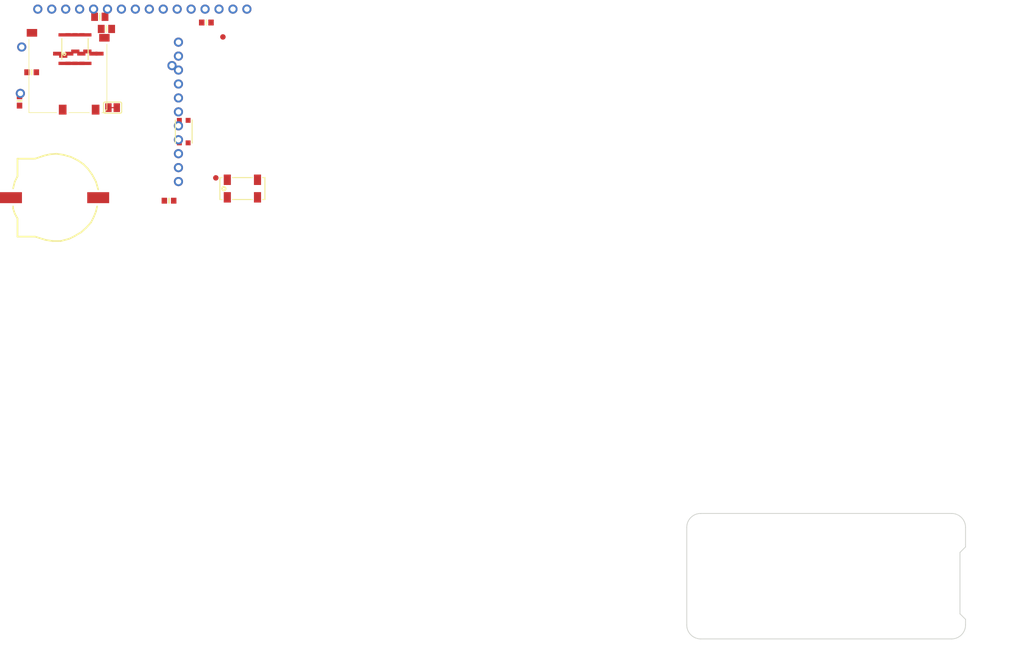
<source format=kicad_pcb>
 ( kicad_pcb  ( version 20171130 )
 ( host pcbnew "(5.1.2-1)-1" )
 ( general  ( thickness 1.6 )
 ( drawings 19 )
 ( tracks 0 )
 ( zones 0 )
 ( modules 19 )
 ( nets 35 )
)
 ( page A4 )
 ( layers  ( 0 Top signal )
 ( 31 Bottom signal )
 ( 32 B.Adhes user )
 ( 33 F.Adhes user )
 ( 34 B.Paste user )
 ( 35 F.Paste user )
 ( 36 B.SilkS user )
 ( 37 F.SilkS user )
 ( 38 B.Mask user )
 ( 39 F.Mask user )
 ( 40 Dwgs.User user )
 ( 41 Cmts.User user )
 ( 42 Eco1.User user )
 ( 43 Eco2.User user )
 ( 44 Edge.Cuts user )
 ( 45 Margin user )
 ( 46 B.CrtYd user )
 ( 47 F.CrtYd user )
 ( 48 B.Fab user )
 ( 49 F.Fab user )
)
 ( setup  ( last_trace_width 0.25 )
 ( trace_clearance 0.2 )
 ( zone_clearance 0.508 )
 ( zone_45_only no )
 ( trace_min 0.2 )
 ( via_size 0.8 )
 ( via_drill 0.4 )
 ( via_min_size 0.4 )
 ( via_min_drill 0.3 )
 ( uvia_size 0.3 )
 ( uvia_drill 0.1 )
 ( uvias_allowed no )
 ( uvia_min_size 0.2 )
 ( uvia_min_drill 0.1 )
 ( edge_width 0.05 )
 ( segment_width 0.2 )
 ( pcb_text_width 0.3 )
 ( pcb_text_size 1.5 1.5 )
 ( mod_edge_width 0.12 )
 ( mod_text_size 1 1 )
 ( mod_text_width 0.15 )
 ( pad_size 1.524 1.524 )
 ( pad_drill 0.762 )
 ( pad_to_mask_clearance 0.051 )
 ( solder_mask_min_width 0.25 )
 ( aux_axis_origin 0 0 )
 ( visible_elements FFFFEF7F )
 ( pcbplotparams  ( layerselection 0x010fc_ffffffff )
 ( usegerberextensions false )
 ( usegerberattributes false )
 ( usegerberadvancedattributes false )
 ( creategerberjobfile false )
 ( excludeedgelayer true )
 ( linewidth 0.100000 )
 ( plotframeref false )
 ( viasonmask false )
 ( mode 1 )
 ( useauxorigin false )
 ( hpglpennumber 1 )
 ( hpglpenspeed 20 )
 ( hpglpendiameter 15.000000 )
 ( psnegative false )
 ( psa4output false )
 ( plotreference true )
 ( plotvalue true )
 ( plotinvisibletext false )
 ( padsonsilk false )
 ( subtractmaskfromsilk false )
 ( outputformat 1 )
 ( mirror false )
 ( drillshape 1 )
 ( scaleselection 1 )
 ( outputdirectory "" )
)
)
 ( net 0 "" )
 ( net 1 G )
 ( net 2 TX )
 ( net 3 RX )
 ( net 4 F )
 ( net 5 E )
 ( net 6 D )
 ( net 7 C )
 ( net 8 B )
 ( net 9 A )
 ( net 10 AREF )
 ( net 11 USB )
 ( net 12 N )
 ( net 13 M )
 ( net 14 L )
 ( net 15 J )
 ( net 16 I )
 ( net 17 H )
 ( net 18 SCL )
 ( net 19 SDA )
 ( net 20 GND )
 ( net 21 MOSI )
 ( net 22 MISO )
 ( net 23 SCK )
 ( net 24 +3V3 )
 ( net 25 SD_CS )
 ( net 26 RESET )
 ( net 27 N$7 )
 ( net 28 N$8 )
 ( net 29 VBAT )
 ( net 30 EN )
 ( net 31 CR1220 )
 ( net 32 INT1 )
 ( net 33 CS )
 ( net 34 N$1 )
 ( net_class Default "This is the default net class."  ( clearance 0.2 )
 ( trace_width 0.25 )
 ( via_dia 0.8 )
 ( via_drill 0.4 )
 ( uvia_dia 0.3 )
 ( uvia_drill 0.1 )
 ( add_net +3V3 )
 ( add_net A )
 ( add_net AREF )
 ( add_net B )
 ( add_net C )
 ( add_net CR1220 )
 ( add_net CS )
 ( add_net D )
 ( add_net E )
 ( add_net EN )
 ( add_net F )
 ( add_net G )
 ( add_net GND )
 ( add_net H )
 ( add_net I )
 ( add_net INT1 )
 ( add_net J )
 ( add_net L )
 ( add_net M )
 ( add_net MISO )
 ( add_net MOSI )
 ( add_net N )
 ( add_net N$1 )
 ( add_net N$7 )
 ( add_net N$8 )
 ( add_net RESET )
 ( add_net RX )
 ( add_net SCK )
 ( add_net SCL )
 ( add_net SDA )
 ( add_net SD_CS )
 ( add_net TX )
 ( add_net USB )
 ( add_net VBAT )
)
 ( module MICROSD  ( layer Top )
 ( tedit 0 )
 ( tstamp 5D7BF3BD )
 ( at 17.385807 20.435690 180.000000 )
 ( descr "Courtesy: Adafruit Industries" )
 ( fp_text reference X4  ( at 1.18 7.69 90 )
 ( layer F.SilkS )
hide  ( effects  ( font  ( size 0.77216 0.77216 )
 ( thickness 0.146304 )
)
 ( justify left bottom )
)
)
 ( fp_text value microsd  ( at 1.18 8.833 90 )
 ( layer F.Fab )
hide  ( effects  ( font  ( size 0.38608 0.38608 )
 ( thickness 0.04064 )
)
 ( justify left bottom )
)
)
 ( fp_line  ( start 14.15 -0.1 )
 ( end 14.15 13.25 )
 ( layer F.SilkS )
 ( width 0.127 )
)
 ( fp_line  ( start 9.1 -0.1 )
 ( end 14.15 -0.1 )
 ( layer F.SilkS )
 ( width 0.127 )
)
 ( fp_line  ( start 3.15 -0.1 )
 ( end 6.85 -0.1 )
 ( layer F.SilkS )
 ( width 0.127 )
)
 ( fp_line  ( start -0.05 0.4 )
 ( end -0.05 12.35 )
 ( layer F.SilkS )
 ( width 0.127 )
)
 ( fp_line  ( start 0.2 0.4 )
 ( end -0.05 0.4 )
 ( layer F.SilkS )
 ( width 0.127 )
)
 ( fp_line  ( start 0.2 -0.1 )
 ( end 0.2 0.4 )
 ( layer F.SilkS )
 ( width 0.127 )
)
 ( fp_line  ( start 0.85 -0.1 )
 ( end 0.2 -0.1 )
 ( layer F.SilkS )
 ( width 0.127 )
)
 ( fp_line  ( start 11.29 19.52 )
 ( end 11.29 16.67 )
 ( layer F.Fab )
 ( width 0.1 )
)
 ( fp_arc  ( start 10.44 19.52 )
 ( end 10.44 20.37 )
 ( angle -90 )
 ( layer F.Fab )
 ( width 0.1 )
)
 ( fp_line  ( start 1.14 20.37 )
 ( end 10.44 20.37 )
 ( layer F.Fab )
 ( width 0.1 )
)
 ( fp_arc  ( start 1.14 19.52 )
 ( end 0.29 19.52 )
 ( angle -90 )
 ( layer F.Fab )
 ( width 0.1 )
)
 ( fp_line  ( start 0.29 16.72 )
 ( end 0.29 19.52 )
 ( layer F.Fab )
 ( width 0.1 )
)
 ( fp_arc  ( start 10.44 16.07 )
 ( end 10.44 16.92 )
 ( angle -90 )
 ( layer F.Fab )
 ( width 0.1 )
)
 ( fp_line  ( start 1.14 16.92 )
 ( end 10.44 16.92 )
 ( layer F.Fab )
 ( width 0.1 )
)
 ( fp_arc  ( start 1.14 16.07 )
 ( end 0.29 16.07 )
 ( angle -90 )
 ( layer F.Fab )
 ( width 0.1 )
)
 ( fp_line  ( start 0.29 15.92 )
 ( end 0.29 16.07 )
 ( layer F.Fab )
 ( width 0.1 )
)
 ( fp_line  ( start 11.29 15.42 )
 ( end 11.29 14.12 )
 ( layer F.Fab )
 ( width 0.1 )
)
 ( fp_arc  ( start 10.54 15.42 )
 ( end 10.54 16.17 )
 ( angle -90 )
 ( layer F.Fab )
 ( width 0.1 )
)
 ( fp_line  ( start 1.09 16.17 )
 ( end 10.54 16.17 )
 ( layer F.Fab )
 ( width 0.1 )
)
 ( fp_arc  ( start 1.09 15.42 )
 ( end 0.34 15.42 )
 ( angle -90 )
 ( layer F.Fab )
 ( width 0.1 )
)
 ( fp_line  ( start 0.34 14.12 )
 ( end 0.34 15.42 )
 ( layer F.Fab )
 ( width 0.1 )
)
 ( fp_line  ( start 9.19 11.17 )
 ( end 9.19 9.82 )
 ( layer F.Fab )
 ( width 0.1 )
)
 ( fp_line  ( start 8.79 11.17 )
 ( end 9.19 11.17 )
 ( layer F.Fab )
 ( width 0.1 )
)
 ( fp_line  ( start 8.79 9.77 )
 ( end 8.79 11.17 )
 ( layer F.Fab )
 ( width 0.1 )
)
 ( fp_line  ( start 8.09 10.82 )
 ( end 8.09 9.77 )
 ( layer F.Fab )
 ( width 0.1 )
)
 ( fp_line  ( start 7.69 10.82 )
 ( end 8.09 10.82 )
 ( layer F.Fab )
 ( width 0.1 )
)
 ( fp_line  ( start 7.69 9.77 )
 ( end 7.69 10.82 )
 ( layer F.Fab )
 ( width 0.1 )
)
 ( fp_line  ( start 6.99 11.22 )
 ( end 6.99 9.82 )
 ( layer F.Fab )
 ( width 0.1 )
)
 ( fp_line  ( start 6.59 11.22 )
 ( end 6.99 11.22 )
 ( layer F.Fab )
 ( width 0.1 )
)
 ( fp_line  ( start 6.59 9.77 )
 ( end 6.59 11.22 )
 ( layer F.Fab )
 ( width 0.1 )
)
 ( fp_line  ( start 5.89 11.37 )
 ( end 5.54 11.37 )
 ( layer F.Fab )
 ( width 0.1 )
)
 ( fp_line  ( start 5.89 9.92 )
 ( end 5.89 11.37 )
 ( layer F.Fab )
 ( width 0.1 )
)
 ( fp_line  ( start 6.24 9.92 )
 ( end 6.24 9.77 )
 ( layer F.Fab )
 ( width 0.1 )
)
 ( fp_line  ( start 5.89 9.92 )
 ( end 6.24 9.92 )
 ( layer F.Fab )
 ( width 0.1 )
)
 ( fp_line  ( start 5.49 9.92 )
 ( end 5.89 9.92 )
 ( layer F.Fab )
 ( width 0.1 )
)
 ( fp_line  ( start 4.79 11.22 )
 ( end 4.79 9.92 )
 ( layer F.Fab )
 ( width 0.1 )
)
 ( fp_line  ( start 4.39 11.22 )
 ( end 4.79 11.22 )
 ( layer F.Fab )
 ( width 0.1 )
)
 ( fp_line  ( start 4.39 9.77 )
 ( end 4.39 11.22 )
 ( layer F.Fab )
 ( width 0.1 )
)
 ( fp_line  ( start 3.74 11.42 )
 ( end 3.74 9.97 )
 ( layer F.Fab )
 ( width 0.1 )
)
 ( fp_line  ( start 3.29 11.42 )
 ( end 3.74 11.42 )
 ( layer F.Fab )
 ( width 0.1 )
)
 ( fp_line  ( start 3.29 9.97 )
 ( end 3.29 11.42 )
 ( layer F.Fab )
 ( width 0.1 )
)
 ( fp_line  ( start 4.04 9.97 )
 ( end 4.04 9.77 )
 ( layer F.Fab )
 ( width 0.1 )
)
 ( fp_line  ( start 3.74 9.97 )
 ( end 4.04 9.97 )
 ( layer F.Fab )
 ( width 0.1 )
)
 ( fp_line  ( start 3.29 9.97 )
 ( end 3.74 9.97 )
 ( layer F.Fab )
 ( width 0.1 )
)
 ( fp_line  ( start 2.94 9.97 )
 ( end 3.29 9.97 )
 ( layer F.Fab )
 ( width 0.1 )
)
 ( fp_line  ( start 2.94 9.77 )
 ( end 2.94 9.97 )
 ( layer F.Fab )
 ( width 0.1 )
)
 ( fp_line  ( start 2.59 11.17 )
 ( end 2.59 9.77 )
 ( layer F.Fab )
 ( width 0.1 )
)
 ( fp_line  ( start 2.19 11.17 )
 ( end 2.59 11.17 )
 ( layer F.Fab )
 ( width 0.1 )
)
 ( fp_line  ( start 2.19 9.77 )
 ( end 2.19 11.17 )
 ( layer F.Fab )
 ( width 0.1 )
)
 ( fp_line  ( start 1.49 11.17 )
 ( end 1.49 9.77 )
 ( layer F.Fab )
 ( width 0.1 )
)
 ( fp_line  ( start 1.09 11.17 )
 ( end 1.49 11.17 )
 ( layer F.Fab )
 ( width 0.1 )
)
 ( fp_line  ( start 1.09 9.82 )
 ( end 1.09 11.17 )
 ( layer F.Fab )
 ( width 0.1 )
)
 ( fp_line  ( start 8.39 0.77 )
 ( end 8.39 0.17 )
 ( layer F.Fab )
 ( width 0.1 )
)
 ( fp_line  ( start 8.29 0.77 )
 ( end 8.39 0.77 )
 ( layer F.Fab )
 ( width 0.1 )
)
 ( fp_line  ( start 7.19 0.77 )
 ( end 7.19 0.17 )
 ( layer F.Fab )
 ( width 0.1 )
)
 ( fp_line  ( start 7.39 0.77 )
 ( end 7.19 0.77 )
 ( layer F.Fab )
 ( width 0.1 )
)
 ( fp_line  ( start 8.29 0.92 )
 ( end 8.54 0.92 )
 ( layer F.Fab )
 ( width 0.1 )
)
 ( fp_line  ( start 7.39 0.92 )
 ( end 7.09 0.92 )
 ( layer F.Fab )
 ( width 0.1 )
)
 ( fp_line  ( start 7.14 5.92 )
 ( end 8.44 5.92 )
 ( layer F.Fab )
 ( width 0.1 )
)
 ( fp_line  ( start 7.39 0.47 )
 ( end 7.14 5.92 )
 ( layer F.Fab )
 ( width 0.1 )
)
 ( fp_line  ( start 7.39 0.42 )
 ( end 7.39 0.47 )
 ( layer F.Fab )
 ( width 0.1 )
)
 ( fp_arc  ( start 7.54 0.47 )
 ( end 7.59 0.32 )
 ( angle -90 )
 ( layer F.Fab )
 ( width 0.1 )
)
 ( fp_line  ( start 7.59 1.27 )
 ( end 7.59 0.32 )
 ( layer F.Fab )
 ( width 0.1 )
)
 ( fp_arc  ( start 7.84 1.27 )
 ( end 7.84 1.52 )
 ( angle 90 )
 ( layer F.Fab )
 ( width 0.1 )
)
 ( fp_line  ( start 7.79 1.52 )
 ( end 7.84 1.52 )
 ( layer F.Fab )
 ( width 0.1 )
)
 ( fp_arc  ( start 7.79 1.27 )
 ( end 8.04 1.27 )
 ( angle 90 )
 ( layer F.Fab )
 ( width 0.1 )
)
 ( fp_line  ( start 8.04 0.32 )
 ( end 8.04 1.27 )
 ( layer F.Fab )
 ( width 0.1 )
)
 ( fp_arc  ( start 8.04 0.52 )
 ( end 8.24 0.52 )
 ( angle -90 )
 ( layer F.Fab )
 ( width 0.1 )
)
 ( fp_line  ( start 8.24 0.57 )
 ( end 8.24 0.52 )
 ( layer F.Fab )
 ( width 0.1 )
)
 ( fp_line  ( start 8.44 5.92 )
 ( end 8.24 0.57 )
 ( layer F.Fab )
 ( width 0.1 )
)
 ( fp_arc  ( start 8.59 5.92 )
 ( end 8.59 6.07 )
 ( angle 90 )
 ( layer F.Fab )
 ( width 0.1 )
)
 ( fp_arc  ( start 8.59 5.92 )
 ( end 8.74 5.92 )
 ( angle 90 )
 ( layer F.Fab )
 ( width 0.1 )
)
 ( fp_line  ( start 8.74 5.87 )
 ( end 8.74 5.92 )
 ( layer F.Fab )
 ( width 0.1 )
)
 ( fp_line  ( start 8.49 -0.03 )
 ( end 8.74 5.87 )
 ( layer F.Fab )
 ( width 0.1 )
)
 ( fp_line  ( start 7.14 0.12 )
 ( end 8.49 0.12 )
 ( layer F.Fab )
 ( width 0.1 )
)
 ( fp_line  ( start 6.84 5.92 )
 ( end 7.09 -0.03 )
 ( layer F.Fab )
 ( width 0.1 )
)
 ( fp_arc  ( start 6.99 5.92 )
 ( end 6.99 6.07 )
 ( angle 90 )
 ( layer F.Fab )
 ( width 0.1 )
)
 ( fp_arc  ( start 6.99 5.92 )
 ( end 7.14 5.92 )
 ( angle 90 )
 ( layer F.Fab )
 ( width 0.1 )
)
 ( fp_line  ( start 2.69 0.77 )
 ( end 2.69 0.17 )
 ( layer F.Fab )
 ( width 0.1 )
)
 ( fp_line  ( start 2.59 0.77 )
 ( end 2.69 0.77 )
 ( layer F.Fab )
 ( width 0.1 )
)
 ( fp_line  ( start 1.49 0.77 )
 ( end 1.49 0.17 )
 ( layer F.Fab )
 ( width 0.1 )
)
 ( fp_line  ( start 1.69 0.77 )
 ( end 1.49 0.77 )
 ( layer F.Fab )
 ( width 0.1 )
)
 ( fp_line  ( start 2.59 0.92 )
 ( end 2.84 0.92 )
 ( layer F.Fab )
 ( width 0.1 )
)
 ( fp_line  ( start 1.69 0.92 )
 ( end 1.39 0.92 )
 ( layer F.Fab )
 ( width 0.1 )
)
 ( fp_line  ( start 1.44 5.92 )
 ( end 2.74 5.92 )
 ( layer F.Fab )
 ( width 0.1 )
)
 ( fp_line  ( start 1.69 0.47 )
 ( end 1.44 5.92 )
 ( layer F.Fab )
 ( width 0.1 )
)
 ( fp_line  ( start 1.69 0.42 )
 ( end 1.69 0.47 )
 ( layer F.Fab )
 ( width 0.1 )
)
 ( fp_arc  ( start 1.84 0.47 )
 ( end 1.89 0.32 )
 ( angle -90 )
 ( layer F.Fab )
 ( width 0.1 )
)
 ( fp_line  ( start 1.89 1.27 )
 ( end 1.89 0.32 )
 ( layer F.Fab )
 ( width 0.1 )
)
 ( fp_arc  ( start 2.14 1.27 )
 ( end 2.14 1.52 )
 ( angle 90 )
 ( layer F.Fab )
 ( width 0.1 )
)
 ( fp_line  ( start 2.09 1.52 )
 ( end 2.14 1.52 )
 ( layer F.Fab )
 ( width 0.1 )
)
 ( fp_arc  ( start 2.09 1.27 )
 ( end 2.34 1.27 )
 ( angle 90 )
 ( layer F.Fab )
 ( width 0.1 )
)
 ( fp_line  ( start 2.34 0.32 )
 ( end 2.34 1.27 )
 ( layer F.Fab )
 ( width 0.1 )
)
 ( fp_arc  ( start 2.34 0.52 )
 ( end 2.54 0.52 )
 ( angle -90 )
 ( layer F.Fab )
 ( width 0.1 )
)
 ( fp_line  ( start 2.54 0.57 )
 ( end 2.54 0.52 )
 ( layer F.Fab )
 ( width 0.1 )
)
 ( fp_line  ( start 2.74 5.92 )
 ( end 2.54 0.57 )
 ( layer F.Fab )
 ( width 0.1 )
)
 ( fp_arc  ( start 2.89 5.92 )
 ( end 2.89 6.07 )
 ( angle 90 )
 ( layer F.Fab )
 ( width 0.1 )
)
 ( fp_arc  ( start 2.89 5.92 )
 ( end 3.04 5.92 )
 ( angle 90 )
 ( layer F.Fab )
 ( width 0.1 )
)
 ( fp_line  ( start 3.04 5.87 )
 ( end 3.04 5.92 )
 ( layer F.Fab )
 ( width 0.1 )
)
 ( fp_line  ( start 2.79 -0.03 )
 ( end 3.04 5.87 )
 ( layer F.Fab )
 ( width 0.1 )
)
 ( fp_line  ( start 1.44 0.12 )
 ( end 2.79 0.12 )
 ( layer F.Fab )
 ( width 0.1 )
)
 ( fp_line  ( start 1.14 5.92 )
 ( end 1.39 -0.03 )
 ( layer F.Fab )
 ( width 0.1 )
)
 ( fp_arc  ( start 1.29 5.92 )
 ( end 1.29 6.07 )
 ( angle 90 )
 ( layer F.Fab )
 ( width 0.1 )
)
 ( fp_arc  ( start 1.29 5.92 )
 ( end 1.44 5.92 )
 ( angle 90 )
 ( layer F.Fab )
 ( width 0.1 )
)
 ( fp_line  ( start 9.99 6.37 )
 ( end 9.99 3.87 )
 ( layer F.Fab )
 ( width 0.1 )
)
 ( fp_arc  ( start 10.19 6.37 )
 ( end 10.19 6.57 )
 ( angle 90 )
 ( layer F.Fab )
 ( width 0.1 )
)
 ( fp_line  ( start 10.24 6.57 )
 ( end 10.19 6.57 )
 ( layer F.Fab )
 ( width 0.1 )
)
 ( fp_arc  ( start 10.24 6.32 )
 ( end 10.49 6.32 )
 ( angle 90 )
 ( layer F.Fab )
 ( width 0.1 )
)
 ( fp_line  ( start 10.49 3.87 )
 ( end 10.49 6.32 )
 ( layer F.Fab )
 ( width 0.1 )
)
 ( fp_arc  ( start 10.29 3.87 )
 ( end 10.29 3.67 )
 ( angle 90 )
 ( layer F.Fab )
 ( width 0.1 )
)
 ( fp_line  ( start 10.19 3.67 )
 ( end 10.29 3.67 )
 ( layer F.Fab )
 ( width 0.1 )
)
 ( fp_arc  ( start 10.19 3.87 )
 ( end 9.99 3.87 )
 ( angle 90 )
 ( layer F.Fab )
 ( width 0.1 )
)
 ( fp_arc  ( start 1.29 10.12 )
 ( end 0.94 10.12 )
 ( angle 90 )
 ( layer F.Fab )
 ( width 0.1 )
)
 ( fp_line  ( start 0.94 11.22 )
 ( end 0.94 10.12 )
 ( layer F.Fab )
 ( width 0.1 )
)
 ( fp_arc  ( start 1.29 11.22 )
 ( end 1.29 11.57 )
 ( angle 90 )
 ( layer F.Fab )
 ( width 0.1 )
)
 ( fp_line  ( start 4.49 11.57 )
 ( end 1.29 11.57 )
 ( layer F.Fab )
 ( width 0.1 )
)
 ( fp_arc  ( start 4.49 11.22 )
 ( end 4.84 11.22 )
 ( angle 90 )
 ( layer F.Fab )
 ( width 0.1 )
)
 ( fp_line  ( start 4.84 10.02 )
 ( end 4.84 11.22 )
 ( layer F.Fab )
 ( width 0.1 )
)
 ( fp_arc  ( start 4.59 10.02 )
 ( end 4.59 9.77 )
 ( angle 90 )
 ( layer F.Fab )
 ( width 0.1 )
)
 ( fp_line  ( start 4.39 9.77 )
 ( end 4.59 9.77 )
 ( layer F.Fab )
 ( width 0.1 )
)
 ( fp_line  ( start 4.04 9.77 )
 ( end 4.39 9.77 )
 ( layer F.Fab )
 ( width 0.1 )
)
 ( fp_line  ( start 2.94 9.77 )
 ( end 4.04 9.77 )
 ( layer F.Fab )
 ( width 0.1 )
)
 ( fp_line  ( start 2.59 9.77 )
 ( end 2.94 9.77 )
 ( layer F.Fab )
 ( width 0.1 )
)
 ( fp_line  ( start 2.19 9.77 )
 ( end 2.59 9.77 )
 ( layer F.Fab )
 ( width 0.1 )
)
 ( fp_line  ( start 1.49 9.77 )
 ( end 2.19 9.77 )
 ( layer F.Fab )
 ( width 0.1 )
)
 ( fp_line  ( start 1.29 9.77 )
 ( end 1.49 9.77 )
 ( layer F.Fab )
 ( width 0.1 )
)
 ( fp_arc  ( start 5.74 10.07 )
 ( end 5.44 10.07 )
 ( angle 90 )
 ( layer F.Fab )
 ( width 0.1 )
)
 ( fp_line  ( start 5.44 11.22 )
 ( end 5.44 10.07 )
 ( layer F.Fab )
 ( width 0.1 )
)
 ( fp_arc  ( start 5.79 11.22 )
 ( end 5.79 11.57 )
 ( angle 90 )
 ( layer F.Fab )
 ( width 0.1 )
)
 ( fp_line  ( start 8.99 11.57 )
 ( end 5.79 11.57 )
 ( layer F.Fab )
 ( width 0.1 )
)
 ( fp_arc  ( start 8.99 11.22 )
 ( end 9.34 11.22 )
 ( angle 90 )
 ( layer F.Fab )
 ( width 0.1 )
)
 ( fp_line  ( start 9.34 10.07 )
 ( end 9.34 11.22 )
 ( layer F.Fab )
 ( width 0.1 )
)
 ( fp_arc  ( start 9.04 10.07 )
 ( end 9.04 9.77 )
 ( angle 90 )
 ( layer F.Fab )
 ( width 0.1 )
)
 ( fp_line  ( start 8.79 9.77 )
 ( end 9.04 9.77 )
 ( layer F.Fab )
 ( width 0.1 )
)
 ( fp_line  ( start 8.09 9.77 )
 ( end 8.79 9.77 )
 ( layer F.Fab )
 ( width 0.1 )
)
 ( fp_line  ( start 7.69 9.77 )
 ( end 8.09 9.77 )
 ( layer F.Fab )
 ( width 0.1 )
)
 ( fp_line  ( start 6.59 9.77 )
 ( end 7.69 9.77 )
 ( layer F.Fab )
 ( width 0.1 )
)
 ( fp_line  ( start 6.24 9.77 )
 ( end 6.59 9.77 )
 ( layer F.Fab )
 ( width 0.1 )
)
 ( fp_line  ( start 5.74 9.77 )
 ( end 6.24 9.77 )
 ( layer F.Fab )
 ( width 0.1 )
)
 ( fp_line  ( start 11.94 6.47 )
 ( end 14.04 6.47 )
 ( layer F.Fab )
 ( width 0.1 )
)
 ( fp_arc  ( start 11.94 6.82 )
 ( end 11.59 6.82 )
 ( angle 90 )
 ( layer F.Fab )
 ( width 0.1 )
)
 ( fp_line  ( start 11.59 8.12 )
 ( end 11.59 6.82 )
 ( layer F.Fab )
 ( width 0.1 )
)
 ( fp_arc  ( start 11.64 8.12 )
 ( end 11.64 8.17 )
 ( angle 90 )
 ( layer F.Fab )
 ( width 0.1 )
)
 ( fp_line  ( start 11.84 8.37 )
 ( end 11.64 8.17 )
 ( layer F.Fab )
 ( width 0.1 )
)
 ( fp_line  ( start 11.84 12.32 )
 ( end 11.84 8.37 )
 ( layer F.Fab )
 ( width 0.1 )
)
 ( fp_arc  ( start 12.04 12.32 )
 ( end 12.04 12.52 )
 ( angle 90 )
 ( layer F.Fab )
 ( width 0.1 )
)
 ( fp_line  ( start 12.09 12.52 )
 ( end 12.04 12.52 )
 ( layer F.Fab )
 ( width 0.1 )
)
 ( fp_arc  ( start 12.09 12.32 )
 ( end 12.29 12.32 )
 ( angle 90 )
 ( layer F.Fab )
 ( width 0.1 )
)
 ( fp_line  ( start 12.44 8.17 )
 ( end 12.29 12.32 )
 ( layer F.Fab )
 ( width 0.1 )
)
 ( fp_arc  ( start 12.24 8.17 )
 ( end 12.24 7.97 )
 ( angle 90 )
 ( layer F.Fab )
 ( width 0.1 )
)
 ( fp_line  ( start 12.19 7.97 )
 ( end 12.24 7.97 )
 ( layer F.Fab )
 ( width 0.1 )
)
 ( fp_arc  ( start 12.19 7.82 )
 ( end 12.04 7.82 )
 ( angle -90 )
 ( layer F.Fab )
 ( width 0.1 )
)
 ( fp_line  ( start 12.04 7.02 )
 ( end 12.04 7.82 )
 ( layer F.Fab )
 ( width 0.1 )
)
 ( fp_arc  ( start 12.19 7.02 )
 ( end 12.19 6.87 )
 ( angle -90 )
 ( layer F.Fab )
 ( width 0.1 )
)
 ( fp_line  ( start 13.24 6.87 )
 ( end 12.19 6.87 )
 ( layer F.Fab )
 ( width 0.1 )
)
 ( fp_arc  ( start 13.24 7.02 )
 ( end 13.39 7.02 )
 ( angle -90 )
 ( layer F.Fab )
 ( width 0.1 )
)
 ( fp_line  ( start 13.39 7.72 )
 ( end 13.39 7.02 )
 ( layer F.Fab )
 ( width 0.1 )
)
 ( fp_arc  ( start 13.14 7.72 )
 ( end 13.14 7.97 )
 ( angle -90 )
 ( layer F.Fab )
 ( width 0.1 )
)
 ( fp_arc  ( start 13.14 8.12 )
 ( end 12.99 8.12 )
 ( angle 90 )
 ( layer F.Fab )
 ( width 0.1 )
)
 ( fp_line  ( start 13.09 12.32 )
 ( end 12.99 8.12 )
 ( layer F.Fab )
 ( width 0.1 )
)
 ( fp_arc  ( start 13.29 12.32 )
 ( end 13.29 12.52 )
 ( angle 90 )
 ( layer F.Fab )
 ( width 0.1 )
)
 ( fp_line  ( start 14.04 12.52 )
 ( end 13.29 12.52 )
 ( layer F.Fab )
 ( width 0.1 )
)
 ( fp_arc  ( start 13.74 14.02 )
 ( end 13.94 14.02 )
 ( angle -90 )
 ( layer F.Fab )
 ( width 0.1 )
)
 ( fp_arc  ( start 13.79 14.02 )
 ( end 13.79 14.17 )
 ( angle -90 )
 ( layer F.Fab )
 ( width 0.1 )
)
 ( fp_line  ( start 13.74 14.17 )
 ( end 13.79 14.17 )
 ( layer F.Fab )
 ( width 0.1 )
)
 ( fp_arc  ( start 13.74 14.32 )
 ( end 13.59 14.32 )
 ( angle 90 )
 ( layer F.Fab )
 ( width 0.1 )
)
 ( fp_line  ( start 13.59 14.62 )
 ( end 13.59 14.32 )
 ( layer F.Fab )
 ( width 0.1 )
)
 ( fp_arc  ( start 13.74 14.62 )
 ( end 13.74 14.77 )
 ( angle 90 )
 ( layer F.Fab )
 ( width 0.1 )
)
 ( fp_line  ( start 13.79 14.77 )
 ( end 13.74 14.77 )
 ( layer F.Fab )
 ( width 0.1 )
)
 ( fp_arc  ( start 13.79 14.92 )
 ( end 13.94 14.92 )
 ( angle -90 )
 ( layer F.Fab )
 ( width 0.1 )
)
 ( fp_line  ( start 13.94 15.02 )
 ( end 13.94 14.92 )
 ( layer F.Fab )
 ( width 0.1 )
)
 ( fp_line  ( start 13.34 13.82 )
 ( end 13.34 15.12 )
 ( layer F.Fab )
 ( width 0.1 )
)
 ( fp_line  ( start 13.64 13.67 )
 ( end 13.64 13.47 )
 ( layer F.Fab )
 ( width 0.1 )
)
 ( fp_line  ( start 13.64 13.67 )
 ( end 13.79 13.67 )
 ( layer F.Fab )
 ( width 0.1 )
)
 ( fp_line  ( start 12.99 13.67 )
 ( end 13.64 13.67 )
 ( layer F.Fab )
 ( width 0.1 )
)
 ( fp_line  ( start 13.79 13.47 )
 ( end 13.79 13.67 )
 ( layer F.Fab )
 ( width 0.1 )
)
 ( fp_line  ( start 11.34 14.52 )
 ( end 10.84 13.97 )
 ( layer F.Fab )
 ( width 0.1 )
)
 ( fp_line  ( start 11.54 14.52 )
 ( end 11.34 14.52 )
 ( layer F.Fab )
 ( width 0.1 )
)
 ( fp_arc  ( start 11.49 14.92 )
 ( end 11.34 14.92 )
 ( angle 90 )
 ( layer F.Fab )
 ( width 0.1 )
)
 ( fp_line  ( start 11.49 15.07 )
 ( end 11.34 14.92 )
 ( layer F.Fab )
 ( width 0.1 )
)
 ( fp_line  ( start 10.49 14.92 )
 ( end 11.34 14.92 )
 ( layer F.Fab )
 ( width 0.1 )
)
 ( fp_line  ( start 10.99 14.72 )
 ( end 10.49 14.72 )
 ( layer F.Fab )
 ( width 0.1 )
)
 ( fp_line  ( start 10.99 14.72 )
 ( end 11.49 14.72 )
 ( layer F.Fab )
 ( width 0.1 )
)
 ( fp_line  ( start 10.49 14.22 )
 ( end 10.99 14.72 )
 ( layer F.Fab )
 ( width 0.1 )
)
 ( fp_line  ( start 10.49 13.87 )
 ( end 10.49 14.22 )
 ( layer F.Fab )
 ( width 0.1 )
)
 ( fp_line  ( start 10.49 14.52 )
 ( end 10.74 14.52 )
 ( layer F.Fab )
 ( width 0.1 )
)
 ( fp_line  ( start 10.49 14.72 )
 ( end 10.49 14.52 )
 ( layer F.Fab )
 ( width 0.1 )
)
 ( fp_line  ( start 10.49 14.92 )
 ( end 10.49 14.72 )
 ( layer F.Fab )
 ( width 0.1 )
)
 ( fp_line  ( start 10.49 15.12 )
 ( end 10.49 14.92 )
 ( layer F.Fab )
 ( width 0.1 )
)
 ( fp_line  ( start 9.54 15.12 )
 ( end 9.54 13.62 )
 ( layer F.Fab )
 ( width 0.1 )
)
 ( fp_line  ( start 10.49 15.12 )
 ( end 9.54 15.12 )
 ( layer F.Fab )
 ( width 0.1 )
)
 ( fp_line  ( start 11.79 15.12 )
 ( end 10.49 15.12 )
 ( layer F.Fab )
 ( width 0.1 )
)
 ( fp_line  ( start 14.04 2.32 )
 ( end 14.04 -0.03 )
 ( layer F.Fab )
 ( width 0.1 )
)
 ( fp_line  ( start 14.09 2.32 )
 ( end 14.04 2.32 )
 ( layer F.Fab )
 ( width 0.1 )
)
 ( fp_line  ( start 14.09 3.37 )
 ( end 14.09 2.32 )
 ( layer F.Fab )
 ( width 0.1 )
)
 ( fp_line  ( start 14.04 3.37 )
 ( end 14.09 3.37 )
 ( layer F.Fab )
 ( width 0.1 )
)
 ( fp_line  ( start 14.04 6.47 )
 ( end 14.04 3.37 )
 ( layer F.Fab )
 ( width 0.1 )
)
 ( fp_line  ( start 14.04 7.52 )
 ( end 14.04 6.47 )
 ( layer F.Fab )
 ( width 0.1 )
)
 ( fp_line  ( start 14.09 7.52 )
 ( end 14.04 7.52 )
 ( layer F.Fab )
 ( width 0.1 )
)
 ( fp_line  ( start 14.09 8.57 )
 ( end 14.09 7.52 )
 ( layer F.Fab )
 ( width 0.1 )
)
 ( fp_line  ( start 14.04 8.57 )
 ( end 14.09 8.57 )
 ( layer F.Fab )
 ( width 0.1 )
)
 ( fp_line  ( start 14.04 11.52 )
 ( end 14.04 8.57 )
 ( layer F.Fab )
 ( width 0.1 )
)
 ( fp_line  ( start 14.09 11.52 )
 ( end 14.04 11.52 )
 ( layer F.Fab )
 ( width 0.1 )
)
 ( fp_line  ( start 14.09 12.52 )
 ( end 14.09 11.52 )
 ( layer F.Fab )
 ( width 0.1 )
)
 ( fp_line  ( start 14.04 12.52 )
 ( end 14.09 12.52 )
 ( layer F.Fab )
 ( width 0.1 )
)
 ( fp_line  ( start 14.04 13.42 )
 ( end 14.04 12.52 )
 ( layer F.Fab )
 ( width 0.1 )
)
 ( fp_line  ( start 13.14 13.42 )
 ( end 14.04 13.42 )
 ( layer F.Fab )
 ( width 0.1 )
)
 ( fp_arc  ( start 13.14 13.62 )
 ( end 12.94 13.62 )
 ( angle 90 )
 ( layer F.Fab )
 ( width 0.1 )
)
 ( fp_arc  ( start 13.14 13.62 )
 ( end 13.14 13.82 )
 ( angle 90 )
 ( layer F.Fab )
 ( width 0.1 )
)
 ( fp_line  ( start 13.34 13.82 )
 ( end 13.14 13.82 )
 ( layer F.Fab )
 ( width 0.1 )
)
 ( fp_line  ( start 13.74 13.82 )
 ( end 13.34 13.82 )
 ( layer F.Fab )
 ( width 0.1 )
)
 ( fp_arc  ( start 13.74 14.07 )
 ( end 13.99 14.07 )
 ( angle -90 )
 ( layer F.Fab )
 ( width 0.1 )
)
 ( fp_line  ( start 13.99 14.87 )
 ( end 13.99 14.07 )
 ( layer F.Fab )
 ( width 0.1 )
)
 ( fp_arc  ( start 13.74 14.87 )
 ( end 13.94 15.02 )
 ( angle -36.869898 )
 ( layer F.Fab )
 ( width 0.1 )
)
 ( fp_arc  ( start 13.739999 14.869999 )
 ( end 13.74 15.12 )
 ( angle -53.130102 )
 ( layer F.Fab )
 ( width 0.1 )
)
 ( fp_line  ( start 13.34 15.12 )
 ( end 13.74 15.12 )
 ( layer F.Fab )
 ( width 0.1 )
)
 ( fp_line  ( start 11.79 15.12 )
 ( end 13.34 15.12 )
 ( layer F.Fab )
 ( width 0.1 )
)
 ( fp_arc  ( start 11.79 14.87 )
 ( end 11.54 14.87 )
 ( angle -90 )
 ( layer F.Fab )
 ( width 0.1 )
)
 ( fp_line  ( start 11.54 14.52 )
 ( end 11.54 14.87 )
 ( layer F.Fab )
 ( width 0.1 )
)
 ( fp_line  ( start 11.54 14.27 )
 ( end 11.54 14.52 )
 ( layer F.Fab )
 ( width 0.1 )
)
 ( fp_arc  ( start 11.44 14.27 )
 ( end 11.44 14.17 )
 ( angle 90 )
 ( layer F.Fab )
 ( width 0.1 )
)
 ( fp_arc  ( start 5.74 29.830621 )
 ( end 0.04 14.17 )
 ( angle 40 )
 ( layer F.Fab )
 ( width 0.1 )
)
 ( fp_line  ( start 0.04 9.42 )
 ( end 0.04 14.17 )
 ( layer F.Fab )
 ( width 0.1 )
)
 ( fp_line  ( start -0.01 9.42 )
 ( end 0.04 9.42 )
 ( layer F.Fab )
 ( width 0.1 )
)
 ( fp_line  ( start -0.01 8.12 )
 ( end -0.01 9.42 )
 ( layer F.Fab )
 ( width 0.1 )
)
 ( fp_line  ( start 0.04 8.12 )
 ( end -0.01 8.12 )
 ( layer F.Fab )
 ( width 0.1 )
)
 ( fp_line  ( start 0.04 3.07 )
 ( end 0.04 8.12 )
 ( layer F.Fab )
 ( width 0.1 )
)
 ( fp_line  ( start -0.01 3.07 )
 ( end 0.04 3.07 )
 ( layer F.Fab )
 ( width 0.1 )
)
 ( fp_line  ( start -0.01 1.72 )
 ( end -0.01 3.07 )
 ( layer F.Fab )
 ( width 0.1 )
)
 ( fp_line  ( start 0.04 1.72 )
 ( end -0.01 1.72 )
 ( layer F.Fab )
 ( width 0.1 )
)
 ( fp_line  ( start 0.04 0.47 )
 ( end 0.04 1.72 )
 ( layer F.Fab )
 ( width 0.1 )
)
 ( fp_line  ( start 0.29 0.47 )
 ( end 0.04 0.47 )
 ( layer F.Fab )
 ( width 0.1 )
)
 ( fp_line  ( start 0.29 -0.03 )
 ( end 0.29 0.47 )
 ( layer F.Fab )
 ( width 0.1 )
)
 ( fp_line  ( start 1.39 -0.03 )
 ( end 0.29 -0.03 )
 ( layer F.Fab )
 ( width 0.1 )
)
 ( fp_line  ( start 2.79 -0.03 )
 ( end 1.39 -0.03 )
 ( layer F.Fab )
 ( width 0.1 )
)
 ( fp_line  ( start 10.39 -0.03 )
 ( end 2.79 -0.03 )
 ( layer F.Fab )
 ( width 0.1 )
)
 ( fp_line  ( start 10.39 0.27 )
 ( end 10.39 -0.03 )
 ( layer F.Fab )
 ( width 0.1 )
)
 ( fp_arc  ( start 10.59 0.27 )
 ( end 10.59 0.47 )
 ( angle 90 )
 ( layer F.Fab )
 ( width 0.1 )
)
 ( fp_arc  ( start 10.59 0.27 )
 ( end 10.79 0.27 )
 ( angle 90 )
 ( layer F.Fab )
 ( width 0.1 )
)
 ( fp_line  ( start 10.79 -0.03 )
 ( end 10.79 0.27 )
 ( layer F.Fab )
 ( width 0.1 )
)
 ( fp_line  ( start 12.99 -0.03 )
 ( end 10.79 -0.03 )
 ( layer F.Fab )
 ( width 0.1 )
)
 ( fp_line  ( start 12.99 0.27 )
 ( end 12.99 -0.03 )
 ( layer F.Fab )
 ( width 0.1 )
)
 ( fp_arc  ( start 13.19 0.27 )
 ( end 13.19 0.47 )
 ( angle 90 )
 ( layer F.Fab )
 ( width 0.1 )
)
 ( fp_arc  ( start 13.19 0.27 )
 ( end 13.39 0.27 )
 ( angle 90 )
 ( layer F.Fab )
 ( width 0.1 )
)
 ( fp_line  ( start 13.39 -0.03 )
 ( end 13.39 0.27 )
 ( layer F.Fab )
 ( width 0.1 )
)
 ( fp_line  ( start 14.04 -0.03 )
 ( end 13.39 -0.03 )
 ( layer F.Fab )
 ( width 0.1 )
)
 ( pad 1 smd rect  ( at 9 10.64 90 )
 ( size 0.7 1.5 )
 ( layers Top F.Paste F.Mask )
 ( solder_mask_margin 0.0508 )
)
 ( pad 2 smd rect  ( at 7.9 10.24 90 )
 ( size 0.7 1.5 )
 ( layers Top F.Paste F.Mask )
 ( net 25 SD_CS )
 ( solder_mask_margin 0.0508 )
)
 ( pad 3 smd rect  ( at 6.8 10.64 90 )
 ( size 0.7 1.5 )
 ( layers Top F.Paste F.Mask )
 ( net 21 MOSI )
 ( solder_mask_margin 0.0508 )
)
 ( pad 4 smd rect  ( at 5.7 11.04 90 )
 ( size 0.7 1.5 )
 ( layers Top F.Paste F.Mask )
 ( net 24 +3V3 )
 ( solder_mask_margin 0.0508 )
)
 ( pad 5 smd rect  ( at 4.6 10.64 90 )
 ( size 0.7 1.5 )
 ( layers Top F.Paste F.Mask )
 ( net 23 SCK )
 ( solder_mask_margin 0.0508 )
)
 ( pad 6 smd rect  ( at 3.5 11.04 90 )
 ( size 0.7 1.5 )
 ( layers Top F.Paste F.Mask )
 ( net 20 GND )
 ( solder_mask_margin 0.0508 )
)
 ( pad 7 smd rect  ( at 2.4 10.64 90 )
 ( size 0.7 1.5 )
 ( layers Top F.Paste F.Mask )
 ( net 22 MISO )
 ( solder_mask_margin 0.0508 )
)
 ( pad 8 smd rect  ( at 1.3 10.64 90 )
 ( size 0.7 1.5 )
 ( layers Top F.Paste F.Mask )
 ( solder_mask_margin 0.0508 )
)
 ( pad CD2 smd rect  ( at 8 0.44 180 )
 ( size 1.4 1.8 )
 ( layers Top F.Paste F.Mask )
 ( solder_mask_margin 0.0508 )
)
 ( pad CD1 smd rect  ( at 2 0.44 180 )
 ( size 1.4 1.8 )
 ( layers Top F.Paste F.Mask )
 ( solder_mask_margin 0.0508 )
)
 ( pad MT2 smd rect  ( at 13.6 14.44 90 )
 ( size 1.4 1.9 )
 ( layers Top F.Paste F.Mask )
 ( net 20 GND )
 ( solder_mask_margin 0.0508 )
)
 ( pad MT1 smd rect  ( at 0.4 13.54 90 )
 ( size 1.4 1.9 )
 ( layers Top F.Paste F.Mask )
 ( net 20 GND )
 ( solder_mask_margin 0.0508 )
)
)
 ( module BTN_KMR2_4.6X2.8  ( layer Top )
 ( tedit 0 )
 ( tstamp 5D7BF4C2 )
 ( at 31.444713 23.994705 90.000000 )
 ( fp_text reference SW1  ( at -2.032 -1.778 180 )
 ( layer F.SilkS )
hide  ( effects  ( font  ( size 0.77216 0.77216 )
 ( thickness 0.146304 )
)
 ( justify right top )
)
)
 ( fp_text value KMR2  ( at -2.032 2.159 180 )
 ( layer F.Fab )
hide  ( effects  ( font  ( size 0.38608 0.38608 )
 ( thickness 0.04064 )
)
 ( justify right top )
)
)
 ( fp_line  ( start 2.1 1.5254 )
 ( end -2.1 1.5254 )
 ( layer F.SilkS )
 ( width 0.2032 )
)
 ( fp_line  ( start -2.1 -1.5254 )
 ( end 2.1 -1.5254 )
 ( layer F.SilkS )
 ( width 0.2032 )
)
 ( fp_line  ( start 1.05 0.8 )
 ( end -1.05 0.8 )
 ( layer F.Fab )
 ( width 0.2032 )
)
 ( fp_arc  ( start -0.881399 0 )
 ( end 1.05 -0.8 )
 ( angle 44.999389 )
 ( layer F.Fab )
 ( width 0.2032 )
)
 ( fp_line  ( start -1.05 -0.8 )
 ( end 1.05 -0.8 )
 ( layer F.Fab )
 ( width 0.2032 )
)
 ( fp_arc  ( start 0.881399 0 )
 ( end -1.05 0.8 )
 ( angle 44.999389 )
 ( layer F.Fab )
 ( width 0.2032 )
)
 ( fp_line  ( start -2.1 1.4 )
 ( end -2.1 -1.4 )
 ( layer F.Fab )
 ( width 0.2032 )
)
 ( fp_line  ( start 2.1 1.4 )
 ( end -2.1 1.4 )
 ( layer F.Fab )
 ( width 0.2032 )
)
 ( fp_line  ( start 2.1 -1.4 )
 ( end 2.1 1.4 )
 ( layer F.Fab )
 ( width 0.2032 )
)
 ( fp_line  ( start -2.1 -1.4 )
 ( end 2.1 -1.4 )
 ( layer F.Fab )
 ( width 0.2032 )
)
 ( fp_line  ( start 0 -0.2 )
 ( end 0.3 0.1 )
 ( layer F.Fab )
 ( width 0.127 )
)
 ( fp_line  ( start 0 0.4 )
 ( end 0 0.3 )
 ( layer F.Fab )
 ( width 0.127 )
)
 ( fp_line  ( start 0 -0.4 )
 ( end 0 -0.2 )
 ( layer F.Fab )
 ( width 0.127 )
)
 ( fp_line  ( start 0 0.4 )
 ( end 0.4 0.4 )
 ( layer F.Fab )
 ( width 0.127 )
)
 ( fp_line  ( start -0.4 0.4 )
 ( end 0 0.4 )
 ( layer F.Fab )
 ( width 0.127 )
)
 ( fp_line  ( start 0 -0.4 )
 ( end 0.4 -0.4 )
 ( layer F.Fab )
 ( width 0.127 )
)
 ( fp_line  ( start -0.4 -0.4 )
 ( end 0 -0.4 )
 ( layer F.Fab )
 ( width 0.127 )
)
 ( pad A' smd rect  ( at -2.05 -0.8 180 )
 ( size 0.9 0.9 )
 ( layers Top F.Paste F.Mask )
 ( net 20 GND )
 ( solder_mask_margin 0.0508 )
)
 ( pad B' smd rect  ( at -2.05 0.8 180 )
 ( size 0.9 0.9 )
 ( layers Top F.Paste F.Mask )
 ( net 26 RESET )
 ( solder_mask_margin 0.0508 )
)
 ( pad B smd rect  ( at 2.05 0.8 180 )
 ( size 0.9 0.9 )
 ( layers Top F.Paste F.Mask )
 ( net 26 RESET )
 ( solder_mask_margin 0.0508 )
)
 ( pad A smd rect  ( at 2.05 -0.8 180 )
 ( size 0.9 0.9 )
 ( layers Top F.Paste F.Mask )
 ( net 20 GND )
 ( solder_mask_margin 0.0508 )
)
)
 ( module SOIC8_150MIL  ( layer Top )
 ( tedit 0 )
 ( tstamp 5D7BF4DA )
 ( at 11.626424 8.966839 )
 ( descr "<b>Small Outline IC - 150mil Wide</b>" )
 ( fp_text reference IC1  ( at -1.905 -0.381 270 )
 ( layer F.SilkS )
hide  ( effects  ( font  ( size 0.77216 0.77216 )
 ( thickness 0.146304 )
)
 ( justify right top )
)
)
 ( fp_text value PCF8523T  ( at -1.905 0.381 270 )
 ( layer F.Fab )
hide  ( effects  ( font  ( size 0.38608 0.38608 )
 ( thickness 0.04064 )
)
 ( justify right top )
)
)
 ( fp_poly  ( pts  ( xy -2.15 -2 )
 ( xy -1.66 -2 )
 ( xy -1.66 -3.1 )
 ( xy -2.15 -3.1 )
)
 ( layer F.Fab )
 ( width 0 )
)
 ( fp_poly  ( pts  ( xy -0.88 -2 )
 ( xy -0.39 -2 )
 ( xy -0.39 -3.1 )
 ( xy -0.88 -3.1 )
)
 ( layer F.Fab )
 ( width 0 )
)
 ( fp_poly  ( pts  ( xy 0.39 -2 )
 ( xy 0.88 -2 )
 ( xy 0.88 -3.1 )
 ( xy 0.39 -3.1 )
)
 ( layer F.Fab )
 ( width 0 )
)
 ( fp_poly  ( pts  ( xy 1.66 -2 )
 ( xy 2.15 -2 )
 ( xy 2.15 -3.1 )
 ( xy 1.66 -3.1 )
)
 ( layer F.Fab )
 ( width 0 )
)
 ( fp_poly  ( pts  ( xy 1.66 3.1 )
 ( xy 2.15 3.1 )
 ( xy 2.15 2 )
 ( xy 1.66 2 )
)
 ( layer F.Fab )
 ( width 0 )
)
 ( fp_poly  ( pts  ( xy 0.39 3.1 )
 ( xy 0.88 3.1 )
 ( xy 0.88 2 )
 ( xy 0.39 2 )
)
 ( layer F.Fab )
 ( width 0 )
)
 ( fp_poly  ( pts  ( xy -0.88 3.1 )
 ( xy -0.39 3.1 )
 ( xy -0.39 2 )
 ( xy -0.88 2 )
)
 ( layer F.Fab )
 ( width 0 )
)
 ( fp_poly  ( pts  ( xy -2.15 3.1 )
 ( xy -1.66 3.1 )
 ( xy -1.66 2 )
 ( xy -2.15 2 )
)
 ( layer F.Fab )
 ( width 0 )
)
 ( fp_circle  ( center -1.9304 0.889 )
 ( end -1.6764 0.889 )
 ( layer F.SilkS )
 ( width 0.2032 )
)
 ( fp_line  ( start 2.4 -1.9 )
 ( end 2.4 1.9 )
 ( layer F.SilkS )
 ( width 0.2032 )
)
 ( fp_line  ( start -2.4 1.9 )
 ( end -2.4 -1.9 )
 ( layer F.SilkS )
 ( width 0.2032 )
)
 ( fp_line  ( start -2.4 -1.9 )
 ( end 2.4 -1.9 )
 ( layer F.Fab )
 ( width 0.2032 )
)
 ( fp_line  ( start 2.4 1.4 )
 ( end -2.4 1.4 )
 ( layer F.Fab )
 ( width 0.2032 )
)
 ( fp_line  ( start -2.4 1.4 )
 ( end -2.4 -1.9 )
 ( layer F.Fab )
 ( width 0.2032 )
)
 ( fp_line  ( start -2.4 1.9 )
 ( end -2.4 1.4 )
 ( layer F.Fab )
 ( width 0.2032 )
)
 ( fp_line  ( start 2.4 1.9 )
 ( end -2.4 1.9 )
 ( layer F.Fab )
 ( width 0.2032 )
)
 ( fp_line  ( start 2.4 1.4 )
 ( end 2.4 1.9 )
 ( layer F.Fab )
 ( width 0.2032 )
)
 ( fp_line  ( start 2.4 -1.9 )
 ( end 2.4 1.4 )
 ( layer F.Fab )
 ( width 0.2032 )
)
 ( pad 5 smd rect  ( at 1.905 -2.6 270 )
 ( size 0.6 2.2 )
 ( layers Top F.Paste F.Mask )
 ( net 19 SDA )
 ( solder_mask_margin 0.0508 )
)
 ( pad 6 smd rect  ( at 0.635 -2.6 270 )
 ( size 0.6 2.2 )
 ( layers Top F.Paste F.Mask )
 ( net 18 SCL )
 ( solder_mask_margin 0.0508 )
)
 ( pad 8 smd rect  ( at -1.905 -2.6 270 )
 ( size 0.6 2.2 )
 ( layers Top F.Paste F.Mask )
 ( net 34 N$1 )
 ( solder_mask_margin 0.0508 )
)
 ( pad 4 smd rect  ( at 1.905 2.6 270 )
 ( size 0.6 2.2 )
 ( layers Top F.Paste F.Mask )
 ( net 20 GND )
 ( solder_mask_margin 0.0508 )
)
 ( pad 3 smd rect  ( at 0.635 2.6 270 )
 ( size 0.6 2.2 )
 ( layers Top F.Paste F.Mask )
 ( net 31 CR1220 )
 ( solder_mask_margin 0.0508 )
)
 ( pad 1 smd rect  ( at -1.905 2.6 270 )
 ( size 0.6 2.2 )
 ( layers Top F.Paste F.Mask )
 ( net 27 N$7 )
 ( solder_mask_margin 0.0508 )
)
 ( pad 7 smd rect  ( at -0.635 -2.6 270 )
 ( size 0.6 2.2 )
 ( layers Top F.Paste F.Mask )
 ( net 32 INT1 )
 ( solder_mask_margin 0.0508 )
)
 ( pad 2 smd rect  ( at -0.635 2.6 270 )
 ( size 0.6 2.2 )
 ( layers Top F.Paste F.Mask )
 ( net 28 N$8 )
 ( solder_mask_margin 0.0508 )
)
)
 ( module CRYSTAL_8X3.8  ( layer Top )
 ( tedit 0 )
 ( tstamp 5D7BF4F7 )
 ( at 42.134231 34.372012 180.000000 )
 ( descr "<p>8.0x3.8x2.5mm SMT Crystal</p>\n<p>Source: http://www.abracon.com/Resonators/abs25.pdf</p>" )
 ( fp_text reference Y1  ( at -1.9 -2.854 )
 ( layer F.SilkS )
hide  ( effects  ( font  ( size 0.77216 0.77216 )
 ( thickness 0.146304 )
)
 ( justify left bottom )
)
)
 ( fp_text value 32khz  ( at -1.9 -2.327 )
 ( layer F.Fab )
hide  ( effects  ( font  ( size 0.38608 0.38608 )
 ( thickness 0.04064 )
)
 ( justify left bottom )
)
)
 ( fp_circle  ( center 3.3782 -0.0254 )
 ( end 3.701487 -0.0254 )
 ( layer F.SilkS )
 ( width 0.3048 )
)
 ( fp_line  ( start 4.1 2 )
 ( end 3.7 2 )
 ( layer F.SilkS )
 ( width 0.2032 )
)
 ( fp_line  ( start 4.1 -2 )
 ( end 4.1 2 )
 ( layer F.SilkS )
 ( width 0.2032 )
)
 ( fp_line  ( start 3.7 -2 )
 ( end 4.1 -2 )
 ( layer F.SilkS )
 ( width 0.2032 )
)
 ( fp_line  ( start -1.8 -2 )
 ( end 1.8 -2 )
 ( layer F.SilkS )
 ( width 0.2032 )
)
 ( fp_line  ( start -1.8 2 )
 ( end 1.8 2 )
 ( layer F.SilkS )
 ( width 0.2032 )
)
 ( fp_line  ( start -4.1 2 )
 ( end -3.7 2 )
 ( layer F.SilkS )
 ( width 0.2032 )
)
 ( fp_line  ( start -4.1 -2 )
 ( end -4.1 2 )
 ( layer F.SilkS )
 ( width 0.2032 )
)
 ( fp_line  ( start -3.7 -2 )
 ( end -4.1 -2 )
 ( layer F.SilkS )
 ( width 0.2032 )
)
 ( fp_line  ( start 3.75 1.5 )
 ( end -3.25 1.5 )
 ( layer F.Fab )
 ( width 0.2032 )
)
 ( fp_line  ( start 3.75 -1.5 )
 ( end 3.75 1.5 )
 ( layer F.Fab )
 ( width 0.2032 )
)
 ( fp_line  ( start -3.25 -1.5 )
 ( end 3.75 -1.5 )
 ( layer F.Fab )
 ( width 0.2032 )
)
 ( fp_line  ( start -3.25 1.5 )
 ( end -3.25 0.75 )
 ( layer F.Fab )
 ( width 0.2032 )
)
 ( fp_line  ( start -4 1.75 )
 ( end -3.25 1.5 )
 ( layer F.Fab )
 ( width 0.2032 )
)
 ( fp_line  ( start -3.25 -1.5 )
 ( end -3.25 -0.75 )
 ( layer F.Fab )
 ( width 0.2032 )
)
 ( fp_line  ( start -4 -1.75 )
 ( end -3.25 -1.5 )
 ( layer F.Fab )
 ( width 0.2032 )
)
 ( fp_circle  ( center -2.75 1.25 )
 ( end -2.5 1.25 )
 ( layer F.Fab )
 ( width 0.2032 )
)
 ( fp_circle  ( center -2.75 -1.25 )
 ( end -2.5 -1.25 )
 ( layer F.Fab )
 ( width 0.2032 )
)
 ( fp_line  ( start -2.75 0.5 )
 ( end -2.75 1.25 )
 ( layer F.Fab )
 ( width 0.2032 )
)
 ( fp_line  ( start -2.75 -0.5 )
 ( end -2.75 -1.25 )
 ( layer F.Fab )
 ( width 0.2032 )
)
 ( fp_line  ( start -2.75 0.5 )
 ( end -2 0.5 )
 ( layer F.Fab )
 ( width 0.2032 )
)
 ( fp_line  ( start -3.5 0.5 )
 ( end -2.75 0.5 )
 ( layer F.Fab )
 ( width 0.2032 )
)
 ( fp_line  ( start -2.75 -0.5 )
 ( end -2 -0.5 )
 ( layer F.Fab )
 ( width 0.2032 )
)
 ( fp_line  ( start -3.5 -0.5 )
 ( end -2.75 -0.5 )
 ( layer F.Fab )
 ( width 0.2032 )
)
 ( fp_line  ( start -3.5 0.25 )
 ( end -3.5 -0.25 )
 ( layer F.Fab )
 ( width 0.2032 )
)
 ( fp_line  ( start -2 0.25 )
 ( end -3.5 0.25 )
 ( layer F.Fab )
 ( width 0.2032 )
)
 ( fp_line  ( start -2 -0.25 )
 ( end -2 0.25 )
 ( layer F.Fab )
 ( width 0.2032 )
)
 ( fp_line  ( start -3.5 -0.25 )
 ( end -2 -0.25 )
 ( layer F.Fab )
 ( width 0.2032 )
)
 ( fp_line  ( start -4 -1.75 )
 ( end -4 -1.9 )
 ( layer F.Fab )
 ( width 0.2032 )
)
 ( fp_line  ( start -4 1.75 )
 ( end -4 -1.75 )
 ( layer F.Fab )
 ( width 0.2032 )
)
 ( fp_line  ( start -4 1.9 )
 ( end -4 1.75 )
 ( layer F.Fab )
 ( width 0.2032 )
)
 ( fp_line  ( start 4 1.9 )
 ( end -4 1.9 )
 ( layer F.Fab )
 ( width 0.2032 )
)
 ( fp_line  ( start 4 -1.9 )
 ( end 4 1.9 )
 ( layer F.Fab )
 ( width 0.2032 )
)
 ( fp_line  ( start -4 -1.9 )
 ( end 4 -1.9 )
 ( layer F.Fab )
 ( width 0.2032 )
)
 ( pad P$4 smd rect  ( at -2.75 -1.6 )
 ( size 1.3 1.9 )
 ( layers Top F.Paste F.Mask )
 ( net 27 N$7 )
 ( solder_mask_margin 0.0508 )
)
 ( pad P$3 smd rect  ( at 2.75 -1.6 )
 ( size 1.3 1.9 )
 ( layers Top F.Paste F.Mask )
 ( solder_mask_margin 0.0508 )
)
 ( pad P$2 smd rect  ( at 2.75 1.6 )
 ( size 1.3 1.9 )
 ( layers Top F.Paste F.Mask )
 ( solder_mask_margin 0.0508 )
)
 ( pad P$1 smd rect  ( at -2.75 1.6 )
 ( size 1.3 1.9 )
 ( layers Top F.Paste F.Mask )
 ( net 28 N$8 )
 ( solder_mask_margin 0.0508 )
)
)
 ( module 0603-NO  ( layer Top )
 ( tedit 0 )
 ( tstamp 5D7BF520 )
 ( at 28.764106 36.585335 )
 ( fp_text reference R1  ( at 1.778 0.127 270 )
 ( layer F.SilkS )
hide  ( effects  ( font  ( size 0.77216 0.77216 )
 ( thickness 0.146304 )
)
 ( justify right top )
)
)
 ( fp_text value 10K  ( at 1.778 0.762 270 )
 ( layer F.Fab )
hide  ( effects  ( font  ( size 0.38608 0.38608 )
 ( thickness 0.04064 )
)
 ( justify right top )
)
)
 ( fp_line  ( start 0 -0.4 )
 ( end 0 0.4 )
 ( layer F.SilkS )
 ( width 0.3048 )
)
 ( fp_poly  ( pts  ( xy -0.1999 0.3 )
 ( xy 0.1999 0.3 )
 ( xy 0.1999 -0.3 )
 ( xy -0.1999 -0.3 )
)
 ( layer F.Adhes )
 ( width 0 )
)
 ( fp_poly  ( pts  ( xy 0.3302 0.4699 )
 ( xy 0.8303 0.4699 )
 ( xy 0.8303 -0.4801 )
 ( xy 0.3302 -0.4801 )
)
 ( layer F.Fab )
 ( width 0 )
)
 ( fp_poly  ( pts  ( xy -0.8382 0.4699 )
 ( xy -0.3381 0.4699 )
 ( xy -0.3381 -0.4801 )
 ( xy -0.8382 -0.4801 )
)
 ( layer F.Fab )
 ( width 0 )
)
 ( fp_line  ( start -0.356 0.419 )
 ( end 0.356 0.419 )
 ( layer F.Fab )
 ( width 0.1016 )
)
 ( fp_line  ( start -0.356 -0.432 )
 ( end 0.356 -0.432 )
 ( layer F.Fab )
 ( width 0.1016 )
)
 ( fp_line  ( start -1.473 0.729 )
 ( end -1.473 -0.729 )
 ( layer Dwgs.User )
 ( width 0.0508 )
)
 ( fp_line  ( start 1.473 0.729 )
 ( end -1.473 0.729 )
 ( layer Dwgs.User )
 ( width 0.0508 )
)
 ( fp_line  ( start 1.473 -0.729 )
 ( end 1.473 0.729 )
 ( layer Dwgs.User )
 ( width 0.0508 )
)
 ( fp_line  ( start -1.473 -0.729 )
 ( end 1.473 -0.729 )
 ( layer Dwgs.User )
 ( width 0.0508 )
)
 ( pad 2 smd rect  ( at 0.85 0 270 )
 ( size 1.075 1 )
 ( layers Top F.Paste F.Mask )
 ( net 24 +3V3 )
 ( solder_mask_margin 0.0508 )
)
 ( pad 1 smd rect  ( at -0.85 0 270 )
 ( size 1.075 1 )
 ( layers Top F.Paste F.Mask )
 ( net 19 SDA )
 ( solder_mask_margin 0.0508 )
)
)
 ( module 0603-NO  ( layer Top )
 ( tedit 0 )
 ( tstamp 5D7BF52F )
 ( at 35.568315 4.118715 180.000000 )
 ( fp_text reference R2  ( at 1.778 0.127 270 )
 ( layer F.SilkS )
hide  ( effects  ( font  ( size 0.77216 0.77216 )
 ( thickness 0.146304 )
)
 ( justify right top )
)
)
 ( fp_text value 10K  ( at 1.778 0.762 270 )
 ( layer F.Fab )
hide  ( effects  ( font  ( size 0.38608 0.38608 )
 ( thickness 0.04064 )
)
 ( justify right top )
)
)
 ( fp_line  ( start 0 -0.4 )
 ( end 0 0.4 )
 ( layer F.SilkS )
 ( width 0.3048 )
)
 ( fp_poly  ( pts  ( xy -0.1999 0.3 )
 ( xy 0.1999 0.3 )
 ( xy 0.1999 -0.3 )
 ( xy -0.1999 -0.3 )
)
 ( layer F.Adhes )
 ( width 0 )
)
 ( fp_poly  ( pts  ( xy 0.3302 0.4699 )
 ( xy 0.8303 0.4699 )
 ( xy 0.8303 -0.4801 )
 ( xy 0.3302 -0.4801 )
)
 ( layer F.Fab )
 ( width 0 )
)
 ( fp_poly  ( pts  ( xy -0.8382 0.4699 )
 ( xy -0.3381 0.4699 )
 ( xy -0.3381 -0.4801 )
 ( xy -0.8382 -0.4801 )
)
 ( layer F.Fab )
 ( width 0 )
)
 ( fp_line  ( start -0.356 0.419 )
 ( end 0.356 0.419 )
 ( layer F.Fab )
 ( width 0.1016 )
)
 ( fp_line  ( start -0.356 -0.432 )
 ( end 0.356 -0.432 )
 ( layer F.Fab )
 ( width 0.1016 )
)
 ( fp_line  ( start -1.473 0.729 )
 ( end -1.473 -0.729 )
 ( layer Dwgs.User )
 ( width 0.0508 )
)
 ( fp_line  ( start 1.473 0.729 )
 ( end -1.473 0.729 )
 ( layer Dwgs.User )
 ( width 0.0508 )
)
 ( fp_line  ( start 1.473 -0.729 )
 ( end 1.473 0.729 )
 ( layer Dwgs.User )
 ( width 0.0508 )
)
 ( fp_line  ( start -1.473 -0.729 )
 ( end 1.473 -0.729 )
 ( layer Dwgs.User )
 ( width 0.0508 )
)
 ( pad 2 smd rect  ( at 0.85 0 270 )
 ( size 1.075 1 )
 ( layers Top F.Paste F.Mask )
 ( net 24 +3V3 )
 ( solder_mask_margin 0.0508 )
)
 ( pad 1 smd rect  ( at -0.85 0 270 )
 ( size 1.075 1 )
 ( layers Top F.Paste F.Mask )
 ( net 18 SCL )
 ( solder_mask_margin 0.0508 )
)
)
 ( module 0603-NO  ( layer Top )
 ( tedit 0 )
 ( tstamp 5D7BF53E )
 ( at 3.737289 13.184581 180.000000 )
 ( fp_text reference R3  ( at 1.778 0.127 270 )
 ( layer F.SilkS )
hide  ( effects  ( font  ( size 0.77216 0.77216 )
 ( thickness 0.146304 )
)
 ( justify right top )
)
)
 ( fp_text value 100K  ( at 1.778 0.762 270 )
 ( layer F.Fab )
hide  ( effects  ( font  ( size 0.38608 0.38608 )
 ( thickness 0.04064 )
)
 ( justify right top )
)
)
 ( fp_line  ( start 0 -0.4 )
 ( end 0 0.4 )
 ( layer F.SilkS )
 ( width 0.3048 )
)
 ( fp_poly  ( pts  ( xy -0.1999 0.3 )
 ( xy 0.1999 0.3 )
 ( xy 0.1999 -0.3 )
 ( xy -0.1999 -0.3 )
)
 ( layer F.Adhes )
 ( width 0 )
)
 ( fp_poly  ( pts  ( xy 0.3302 0.4699 )
 ( xy 0.8303 0.4699 )
 ( xy 0.8303 -0.4801 )
 ( xy 0.3302 -0.4801 )
)
 ( layer F.Fab )
 ( width 0 )
)
 ( fp_poly  ( pts  ( xy -0.8382 0.4699 )
 ( xy -0.3381 0.4699 )
 ( xy -0.3381 -0.4801 )
 ( xy -0.8382 -0.4801 )
)
 ( layer F.Fab )
 ( width 0 )
)
 ( fp_line  ( start -0.356 0.419 )
 ( end 0.356 0.419 )
 ( layer F.Fab )
 ( width 0.1016 )
)
 ( fp_line  ( start -0.356 -0.432 )
 ( end 0.356 -0.432 )
 ( layer F.Fab )
 ( width 0.1016 )
)
 ( fp_line  ( start -1.473 0.729 )
 ( end -1.473 -0.729 )
 ( layer Dwgs.User )
 ( width 0.0508 )
)
 ( fp_line  ( start 1.473 0.729 )
 ( end -1.473 0.729 )
 ( layer Dwgs.User )
 ( width 0.0508 )
)
 ( fp_line  ( start 1.473 -0.729 )
 ( end 1.473 0.729 )
 ( layer Dwgs.User )
 ( width 0.0508 )
)
 ( fp_line  ( start -1.473 -0.729 )
 ( end 1.473 -0.729 )
 ( layer Dwgs.User )
 ( width 0.0508 )
)
 ( pad 2 smd rect  ( at 0.85 0 270 )
 ( size 1.075 1 )
 ( layers Top F.Paste F.Mask )
 ( net 24 +3V3 )
 ( solder_mask_margin 0.0508 )
)
 ( pad 1 smd rect  ( at -0.85 0 270 )
 ( size 1.075 1 )
 ( layers Top F.Paste F.Mask )
 ( net 25 SD_CS )
 ( solder_mask_margin 0.0508 )
)
)
 ( module CR1220-2  ( layer Top )
 ( tedit 0 )
 ( tstamp 5D7BF54D )
 ( at 8.254800 36.033075 180.000000 )
 ( fp_text reference B1  ( at -1.602 -0.14 )
 ( layer F.SilkS )
hide  ( effects  ( font  ( size 0.77216 0.77216 )
 ( thickness 0.146304 )
)
 ( justify left bottom )
)
)
 ( fp_text value cr1220  ( at -1.602 0.868 )
 ( layer F.Fab )
hide  ( effects  ( font  ( size 0.38608 0.38608 )
 ( thickness 0.04064 )
)
 ( justify left bottom )
)
)
 ( fp_line  ( start 2 -7.7 )
 ( end 3.9 -7.1 )
 ( layer F.SilkS )
 ( width 0.3048 )
)
 ( fp_line  ( start 2.4 7.6 )
 ( end 3.9 7.1 )
 ( layer F.SilkS )
 ( width 0.3048 )
)
 ( fp_line  ( start 7.6 2.9 )
 ( end 7.9 1.7 )
 ( layer F.SilkS )
 ( width 0.3048 )
)
 ( fp_line  ( start 7.1 3.9 )
 ( end 7.6 2.9 )
 ( layer F.SilkS )
 ( width 0.3048 )
)
 ( fp_line  ( start 7.1 7.1 )
 ( end 7.1 3.9 )
 ( layer F.SilkS )
 ( width 0.3048 )
)
 ( fp_line  ( start 7.9 -2 )
 ( end 7.9 -1.6 )
 ( layer F.SilkS )
 ( width 0.3048 )
)
 ( fp_line  ( start 7.6 -2.9 )
 ( end 7.9 -2 )
 ( layer F.SilkS )
 ( width 0.3048 )
)
 ( fp_line  ( start 7.1 -3.8 )
 ( end 7.6 -2.9 )
 ( layer F.SilkS )
 ( width 0.3048 )
)
 ( fp_line  ( start 7.1 -7.1 )
 ( end 7.1 -3.8 )
 ( layer F.SilkS )
 ( width 0.3048 )
)
 ( fp_line  ( start 3.95 7.1 )
 ( end 7.1 7.1 )
 ( layer F.SilkS )
 ( width 0.3048 )
)
 ( fp_line  ( start 3.95 -7.1 )
 ( end 7.1 -7.1 )
 ( layer F.SilkS )
 ( width 0.3048 )
)
 ( fp_line  ( start 1.2 7.9 )
 ( end 2.5 7.6 )
 ( layer F.SilkS )
 ( width 0.3048 )
)
 ( fp_line  ( start 0 8 )
 ( end 1.2 7.9 )
 ( layer F.SilkS )
 ( width 0.3048 )
)
 ( fp_line  ( start -1.3 7.8 )
 ( end 0 8 )
 ( layer F.SilkS )
 ( width 0.3048 )
)
 ( fp_line  ( start -2.7 7.4 )
 ( end -1.3 7.8 )
 ( layer F.SilkS )
 ( width 0.3048 )
)
 ( fp_line  ( start -3.9 6.8 )
 ( end -2.7 7.4 )
 ( layer F.SilkS )
 ( width 0.3048 )
)
 ( fp_line  ( start -4.9 6.1 )
 ( end -3.9 6.8 )
 ( layer F.SilkS )
 ( width 0.3048 )
)
 ( fp_line  ( start -5.7 5.3 )
 ( end -4.9 6.1 )
 ( layer F.SilkS )
 ( width 0.3048 )
)
 ( fp_line  ( start -6.5 4.2 )
 ( end -5.7 5.3 )
 ( layer F.SilkS )
 ( width 0.3048 )
)
 ( fp_line  ( start -7.2 2.9 )
 ( end -6.5 4.2 )
 ( layer F.SilkS )
 ( width 0.3048 )
)
 ( fp_line  ( start -7.6 1.5 )
 ( end -7.2 2.9 )
 ( layer F.SilkS )
 ( width 0.3048 )
)
 ( fp_line  ( start 0.7 -7.9 )
 ( end 2 -7.7 )
 ( layer F.SilkS )
 ( width 0.3048 )
)
 ( fp_line  ( start -0.8 -7.9 )
 ( end 0.7 -7.9 )
 ( layer F.SilkS )
 ( width 0.3048 )
)
 ( fp_line  ( start -2.3 -7.5 )
 ( end -0.8 -7.9 )
 ( layer F.SilkS )
 ( width 0.3048 )
)
 ( fp_line  ( start -3.3 -7 )
 ( end -2.3 -7.5 )
 ( layer F.SilkS )
 ( width 0.3048 )
)
 ( fp_line  ( start -4.5 -6.3 )
 ( end -3.3 -7 )
 ( layer F.SilkS )
 ( width 0.3048 )
)
 ( fp_line  ( start -5.4 -5.5 )
 ( end -4.5 -6.3 )
 ( layer F.SilkS )
 ( width 0.3048 )
)
 ( fp_line  ( start -6.3 -4.5 )
 ( end -5.4 -5.5 )
 ( layer F.SilkS )
 ( width 0.3048 )
)
 ( fp_line  ( start -6.8 -3.5 )
 ( end -6.3 -4.5 )
 ( layer F.SilkS )
 ( width 0.3048 )
)
 ( fp_line  ( start -7.2 -2.5 )
 ( end -6.8 -3.5 )
 ( layer F.SilkS )
 ( width 0.3048 )
)
 ( fp_line  ( start -7.4 -1.6 )
 ( end -7.2 -2.5 )
 ( layer F.SilkS )
 ( width 0.3048 )
)
 ( fp_circle  ( center 0.2 0 )
 ( end 6.7 0 )
 ( layer F.Fab )
 ( width 0.3048 )
)
 ( fp_circle  ( center 0.2 0 )
 ( end 7.59 0 )
 ( layer F.Fab )
 ( width 0.3048 )
)
 ( pad + smd rect  ( at 8.29 0 )
 ( size 4 2 )
 ( layers Top F.Paste F.Mask )
 ( net 31 CR1220 )
 ( solder_mask_margin 0.0508 )
)
 ( pad - smd rect  ( at -7.6 0 )
 ( size 4 2 )
 ( layers Top F.Paste F.Mask )
 ( net 20 GND )
 ( solder_mask_margin 0.0508 )
)
 ( pad "" np_thru_hole circle  ( at -3.5 0 )
 ( size 1.5 1.5 )
 ( drill 1.5 )
 ( layers *.Cu *.Mask )
)
 ( pad "" np_thru_hole circle  ( at 3.95 0 )
 ( size 1.5 1.5 )
 ( drill 1.5 )
 ( layers *.Cu *.Mask )
)
)
 ( module 0805-NO  ( layer Top )
 ( tedit 0 )
 ( tstamp 5D7BF575 )
 ( at 16.149734 3.076422 180.000000 )
 ( fp_text reference C1  ( at 2.032 0.127 180 )
 ( layer F.SilkS )
hide  ( effects  ( font  ( size 0.77216 0.77216 )
 ( thickness 0.146304 )
)
 ( justify right top )
)
)
 ( fp_text value 10uF  ( at 2.032 0.762 180 )
 ( layer F.Fab )
hide  ( effects  ( font  ( size 0.38608 0.38608 )
 ( thickness 0.04064 )
)
 ( justify right top )
)
)
 ( fp_line  ( start 0 -0.508 )
 ( end 0 0.508 )
 ( layer F.SilkS )
 ( width 0.3048 )
)
 ( fp_poly  ( pts  ( xy 0.3556 0.7239 )
 ( xy 1.1057 0.7239 )
 ( xy 1.1057 -0.7262 )
 ( xy 0.3556 -0.7262 )
)
 ( layer F.Fab )
 ( width 0 )
)
 ( fp_poly  ( pts  ( xy -1.0922 0.7239 )
 ( xy -0.3421 0.7239 )
 ( xy -0.3421 -0.7262 )
 ( xy -1.0922 -0.7262 )
)
 ( layer F.Fab )
 ( width 0 )
)
 ( fp_line  ( start -0.356 0.66 )
 ( end 0.381 0.66 )
 ( layer F.Fab )
 ( width 0.1016 )
)
 ( fp_line  ( start -0.381 -0.66 )
 ( end 0.381 -0.66 )
 ( layer F.Fab )
 ( width 0.1016 )
)
 ( pad 2 smd rect  ( at 0.95 0 180 )
 ( size 1.24 1.5 )
 ( layers Top F.Paste F.Mask )
 ( net 20 GND )
 ( solder_mask_margin 0.0508 )
)
 ( pad 1 smd rect  ( at -0.95 0 180 )
 ( size 1.24 1.5 )
 ( layers Top F.Paste F.Mask )
 ( net 34 N$1 )
 ( solder_mask_margin 0.0508 )
)
)
 ( module 1X11_ROUND  ( layer Top )
 ( tedit 0 )
 ( tstamp 5D7BF57F )
 ( at 30.482714 20.399662 90.000000 )
 ( fp_text reference JP1  ( at -14.0462 -1.8288 )
 ( layer F.SilkS )
hide  ( effects  ( font  ( size 0.77216 0.77216 )
 ( thickness 0.146304 )
)
 ( justify left bottom )
)
)
 ( fp_text value ""  ( at -13.97 3.175 )
 ( layer F.Fab )
 ( effects  ( font  ( size 0.38608 0.38608 )
 ( thickness 0.038608 )
)
 ( justify left bottom )
)
)
 ( fp_poly  ( pts  ( xy 12.446 0.254 )
 ( xy 12.954 0.254 )
 ( xy 12.954 -0.254 )
 ( xy 12.446 -0.254 )
)
 ( layer F.Fab )
 ( width 0 )
)
 ( fp_poly  ( pts  ( xy 9.906 0.254 )
 ( xy 10.414 0.254 )
 ( xy 10.414 -0.254 )
 ( xy 9.906 -0.254 )
)
 ( layer F.Fab )
 ( width 0 )
)
 ( fp_poly  ( pts  ( xy -12.954 0.254 )
 ( xy -12.446 0.254 )
 ( xy -12.446 -0.254 )
 ( xy -12.954 -0.254 )
)
 ( layer F.Fab )
 ( width 0 )
)
 ( fp_poly  ( pts  ( xy -10.414 0.254 )
 ( xy -9.906 0.254 )
 ( xy -9.906 -0.254 )
 ( xy -10.414 -0.254 )
)
 ( layer F.Fab )
 ( width 0 )
)
 ( fp_poly  ( pts  ( xy -7.874 0.254 )
 ( xy -7.366 0.254 )
 ( xy -7.366 -0.254 )
 ( xy -7.874 -0.254 )
)
 ( layer F.Fab )
 ( width 0 )
)
 ( fp_poly  ( pts  ( xy -5.334 0.254 )
 ( xy -4.826 0.254 )
 ( xy -4.826 -0.254 )
 ( xy -5.334 -0.254 )
)
 ( layer F.Fab )
 ( width 0 )
)
 ( fp_poly  ( pts  ( xy -2.794 0.254 )
 ( xy -2.286 0.254 )
 ( xy -2.286 -0.254 )
 ( xy -2.794 -0.254 )
)
 ( layer F.Fab )
 ( width 0 )
)
 ( fp_poly  ( pts  ( xy -0.254 0.254 )
 ( xy 0.254 0.254 )
 ( xy 0.254 -0.254 )
 ( xy -0.254 -0.254 )
)
 ( layer F.Fab )
 ( width 0 )
)
 ( fp_poly  ( pts  ( xy 2.286 0.254 )
 ( xy 2.794 0.254 )
 ( xy 2.794 -0.254 )
 ( xy 2.286 -0.254 )
)
 ( layer F.Fab )
 ( width 0 )
)
 ( fp_poly  ( pts  ( xy 4.826 0.254 )
 ( xy 5.334 0.254 )
 ( xy 5.334 -0.254 )
 ( xy 4.826 -0.254 )
)
 ( layer F.Fab )
 ( width 0 )
)
 ( fp_poly  ( pts  ( xy 7.366 0.254 )
 ( xy 7.874 0.254 )
 ( xy 7.874 -0.254 )
 ( xy 7.366 -0.254 )
)
 ( layer F.Fab )
 ( width 0 )
)
 ( fp_line  ( start -13.97 -0.635 )
 ( end -13.97 0.635 )
 ( layer F.Fab )
 ( width 0.2032 )
)
 ( pad 11 thru_hole circle  ( at 12.7 0 90 )
 ( size 1.6764 1.6764 )
 ( drill 1 )
 ( layers *.Cu *.Mask )
 ( net 19 SDA )
 ( solder_mask_margin 0.0508 )
)
 ( pad 10 thru_hole circle  ( at 10.16 0 90 )
 ( size 1.6764 1.6764 )
 ( drill 1 )
 ( layers *.Cu *.Mask )
 ( net 18 SCL )
 ( solder_mask_margin 0.0508 )
)
 ( pad 9 thru_hole circle  ( at 7.62 0 90 )
 ( size 1.6764 1.6764 )
 ( drill 1 )
 ( layers *.Cu *.Mask )
 ( net 17 H )
 ( solder_mask_margin 0.0508 )
)
 ( pad 8 thru_hole circle  ( at 5.08 0 90 )
 ( size 1.6764 1.6764 )
 ( drill 1 )
 ( layers *.Cu *.Mask )
 ( net 16 I )
 ( solder_mask_margin 0.0508 )
)
 ( pad 7 thru_hole circle  ( at 2.54 0 90 )
 ( size 1.6764 1.6764 )
 ( drill 1 )
 ( layers *.Cu *.Mask )
 ( net 15 J )
 ( solder_mask_margin 0.0508 )
)
 ( pad 6 thru_hole circle  ( at 0 0 90 )
 ( size 1.6764 1.6764 )
 ( drill 1 )
 ( layers *.Cu *.Mask )
 ( net 33 CS )
 ( solder_mask_margin 0.0508 )
)
 ( pad 5 thru_hole circle  ( at -2.54 0 90 )
 ( size 1.6764 1.6764 )
 ( drill 1 )
 ( layers *.Cu *.Mask )
 ( net 14 L )
 ( solder_mask_margin 0.0508 )
)
 ( pad 4 thru_hole circle  ( at -5.08 0 90 )
 ( size 1.6764 1.6764 )
 ( drill 1 )
 ( layers *.Cu *.Mask )
 ( net 13 M )
 ( solder_mask_margin 0.0508 )
)
 ( pad 3 thru_hole circle  ( at -7.62 0 90 )
 ( size 1.6764 1.6764 )
 ( drill 1 )
 ( layers *.Cu *.Mask )
 ( net 12 N )
 ( solder_mask_margin 0.0508 )
)
 ( pad 2 thru_hole circle  ( at -10.16 0 90 )
 ( size 1.6764 1.6764 )
 ( drill 1 )
 ( layers *.Cu *.Mask )
 ( net 11 USB )
 ( solder_mask_margin 0.0508 )
)
 ( pad 1 thru_hole circle  ( at -12.7 0 90 )
 ( size 1.6764 1.6764 )
 ( drill 1 )
 ( layers *.Cu *.Mask )
 ( net 30 EN )
 ( solder_mask_margin 0.0508 )
)
)
 ( module 1X16_ROUND  ( layer Top )
 ( tedit 0 )
 ( tstamp 5D7BF599 )
 ( at 23.902292 1.676400 )
 ( descr "<b>PIN HEADER</b>" )
 ( fp_text reference JP2  ( at -20.3962 -1.8288 180 )
 ( layer F.SilkS )
hide  ( effects  ( font  ( size 0.77216 0.77216 )
 ( thickness 0.146304 )
)
 ( justify right top )
)
)
 ( fp_text value ""  ( at -20.32 3.175 )
 ( layer F.Fab )
 ( effects  ( font  ( size 0.38608 0.38608 )
 ( thickness 0.038608 )
)
 ( justify right top )
)
)
 ( fp_poly  ( pts  ( xy 18.796 0.254 )
 ( xy 19.304 0.254 )
 ( xy 19.304 -0.254 )
 ( xy 18.796 -0.254 )
)
 ( layer F.Fab )
 ( width 0 )
)
 ( fp_poly  ( pts  ( xy -19.304 0.254 )
 ( xy -18.796 0.254 )
 ( xy -18.796 -0.254 )
 ( xy -19.304 -0.254 )
)
 ( layer F.Fab )
 ( width 0 )
)
 ( fp_poly  ( pts  ( xy -16.764 0.254 )
 ( xy -16.256 0.254 )
 ( xy -16.256 -0.254 )
 ( xy -16.764 -0.254 )
)
 ( layer F.Fab )
 ( width 0 )
)
 ( fp_poly  ( pts  ( xy -14.224 0.254 )
 ( xy -13.716 0.254 )
 ( xy -13.716 -0.254 )
 ( xy -14.224 -0.254 )
)
 ( layer F.Fab )
 ( width 0 )
)
 ( fp_poly  ( pts  ( xy -11.684 0.254 )
 ( xy -11.176 0.254 )
 ( xy -11.176 -0.254 )
 ( xy -11.684 -0.254 )
)
 ( layer F.Fab )
 ( width 0 )
)
 ( fp_poly  ( pts  ( xy -9.144 0.254 )
 ( xy -8.636 0.254 )
 ( xy -8.636 -0.254 )
 ( xy -9.144 -0.254 )
)
 ( layer F.Fab )
 ( width 0 )
)
 ( fp_poly  ( pts  ( xy -6.604 0.254 )
 ( xy -6.096 0.254 )
 ( xy -6.096 -0.254 )
 ( xy -6.604 -0.254 )
)
 ( layer F.Fab )
 ( width 0 )
)
 ( fp_poly  ( pts  ( xy -4.064 0.254 )
 ( xy -3.556 0.254 )
 ( xy -3.556 -0.254 )
 ( xy -4.064 -0.254 )
)
 ( layer F.Fab )
 ( width 0 )
)
 ( fp_poly  ( pts  ( xy -1.524 0.254 )
 ( xy -1.016 0.254 )
 ( xy -1.016 -0.254 )
 ( xy -1.524 -0.254 )
)
 ( layer F.Fab )
 ( width 0 )
)
 ( fp_poly  ( pts  ( xy 1.016 0.254 )
 ( xy 1.524 0.254 )
 ( xy 1.524 -0.254 )
 ( xy 1.016 -0.254 )
)
 ( layer F.Fab )
 ( width 0 )
)
 ( fp_poly  ( pts  ( xy 3.556 0.254 )
 ( xy 4.064 0.254 )
 ( xy 4.064 -0.254 )
 ( xy 3.556 -0.254 )
)
 ( layer F.Fab )
 ( width 0 )
)
 ( fp_poly  ( pts  ( xy 6.096 0.254 )
 ( xy 6.604 0.254 )
 ( xy 6.604 -0.254 )
 ( xy 6.096 -0.254 )
)
 ( layer F.Fab )
 ( width 0 )
)
 ( fp_poly  ( pts  ( xy 8.636 0.254 )
 ( xy 9.144 0.254 )
 ( xy 9.144 -0.254 )
 ( xy 8.636 -0.254 )
)
 ( layer F.Fab )
 ( width 0 )
)
 ( fp_poly  ( pts  ( xy 11.176 0.254 )
 ( xy 11.684 0.254 )
 ( xy 11.684 -0.254 )
 ( xy 11.176 -0.254 )
)
 ( layer F.Fab )
 ( width 0 )
)
 ( fp_poly  ( pts  ( xy 13.716 0.254 )
 ( xy 14.224 0.254 )
 ( xy 14.224 -0.254 )
 ( xy 13.716 -0.254 )
)
 ( layer F.Fab )
 ( width 0 )
)
 ( fp_poly  ( pts  ( xy 16.256 0.254 )
 ( xy 16.764 0.254 )
 ( xy 16.764 -0.254 )
 ( xy 16.256 -0.254 )
)
 ( layer F.Fab )
 ( width 0 )
)
 ( fp_line  ( start -20.32 -0.635 )
 ( end -20.32 0.635 )
 ( layer F.Fab )
 ( width 0.2032 )
)
 ( pad 16 thru_hole circle  ( at 19.05 0 270 )
 ( size 1.6764 1.6764 )
 ( drill 1 )
 ( layers *.Cu *.Mask )
 ( net 26 RESET )
 ( solder_mask_margin 0.0508 )
)
 ( pad 15 thru_hole circle  ( at 16.51 0 270 )
 ( size 1.6764 1.6764 )
 ( drill 1 )
 ( layers *.Cu *.Mask )
 ( net 24 +3V3 )
 ( solder_mask_margin 0.0508 )
)
 ( pad 14 thru_hole circle  ( at 13.97 0 270 )
 ( size 1.6764 1.6764 )
 ( drill 1 )
 ( layers *.Cu *.Mask )
 ( net 10 AREF )
 ( solder_mask_margin 0.0508 )
)
 ( pad 13 thru_hole circle  ( at 11.43 0 270 )
 ( size 1.6764 1.6764 )
 ( drill 1 )
 ( layers *.Cu *.Mask )
 ( net 20 GND )
 ( solder_mask_margin 0.0508 )
)
 ( pad 12 thru_hole circle  ( at 8.89 0 270 )
 ( size 1.6764 1.6764 )
 ( drill 1 )
 ( layers *.Cu *.Mask )
 ( net 9 A )
 ( solder_mask_margin 0.0508 )
)
 ( pad 11 thru_hole circle  ( at 6.35 0 270 )
 ( size 1.6764 1.6764 )
 ( drill 1 )
 ( layers *.Cu *.Mask )
 ( net 8 B )
 ( solder_mask_margin 0.0508 )
)
 ( pad 10 thru_hole circle  ( at 3.81 0 270 )
 ( size 1.6764 1.6764 )
 ( drill 1 )
 ( layers *.Cu *.Mask )
 ( net 7 C )
 ( solder_mask_margin 0.0508 )
)
 ( pad 9 thru_hole circle  ( at 1.27 0 270 )
 ( size 1.6764 1.6764 )
 ( drill 1 )
 ( layers *.Cu *.Mask )
 ( net 6 D )
 ( solder_mask_margin 0.0508 )
)
 ( pad 8 thru_hole circle  ( at -1.27 0 270 )
 ( size 1.6764 1.6764 )
 ( drill 1 )
 ( layers *.Cu *.Mask )
 ( net 5 E )
 ( solder_mask_margin 0.0508 )
)
 ( pad 7 thru_hole circle  ( at -3.81 0 270 )
 ( size 1.6764 1.6764 )
 ( drill 1 )
 ( layers *.Cu *.Mask )
 ( net 4 F )
 ( solder_mask_margin 0.0508 )
)
 ( pad 6 thru_hole circle  ( at -6.35 0 270 )
 ( size 1.6764 1.6764 )
 ( drill 1 )
 ( layers *.Cu *.Mask )
 ( net 23 SCK )
 ( solder_mask_margin 0.0508 )
)
 ( pad 5 thru_hole circle  ( at -8.89 0 270 )
 ( size 1.6764 1.6764 )
 ( drill 1 )
 ( layers *.Cu *.Mask )
 ( net 21 MOSI )
 ( solder_mask_margin 0.0508 )
)
 ( pad 4 thru_hole circle  ( at -11.43 0 270 )
 ( size 1.6764 1.6764 )
 ( drill 1 )
 ( layers *.Cu *.Mask )
 ( net 22 MISO )
 ( solder_mask_margin 0.0508 )
)
 ( pad 3 thru_hole circle  ( at -13.97 0 270 )
 ( size 1.6764 1.6764 )
 ( drill 1 )
 ( layers *.Cu *.Mask )
 ( net 3 RX )
 ( solder_mask_margin 0.0508 )
)
 ( pad 2 thru_hole circle  ( at -16.51 0 270 )
 ( size 1.6764 1.6764 )
 ( drill 1 )
 ( layers *.Cu *.Mask )
 ( net 2 TX )
 ( solder_mask_margin 0.0508 )
)
 ( pad 1 thru_hole circle  ( at -19.05 0 270 )
 ( size 1.6764 1.6764 )
 ( drill 1 )
 ( layers *.Cu *.Mask )
 ( net 1 G )
 ( solder_mask_margin 0.0508 )
)
)
 ( module 1X01_ROUND  ( layer Top )
 ( tedit 0 )
 ( tstamp 5D7BF5BD )
 ( at 1.676400 17.032118 180.000000 )
 ( fp_text reference JP3  ( at -1.3462 -1.8288 )
 ( layer F.SilkS )
hide  ( effects  ( font  ( size 0.77216 0.77216 )
 ( thickness 0.146304 )
)
 ( justify left bottom )
)
)
 ( fp_text value ""  ( at -1.27 3.175 )
 ( layer F.Fab )
 ( effects  ( font  ( size 0.38608 0.38608 )
 ( thickness 0.038608 )
)
 ( justify left bottom )
)
)
 ( fp_poly  ( pts  ( xy -0.254 0.254 )
 ( xy 0.254 0.254 )
 ( xy 0.254 -0.254 )
 ( xy -0.254 -0.254 )
)
 ( layer F.Fab )
 ( width 0 )
)
 ( pad 1 thru_hole circle  ( at 0 0 90 )
 ( size 1.6764 1.6764 )
 ( drill 1 )
 ( layers *.Cu *.Mask )
 ( net 29 VBAT )
 ( solder_mask_margin 0.0508 )
)
)
 ( module 1X01_ROUND  ( layer Top )
 ( tedit 0 )
 ( tstamp 5D7BF5C2 )
 ( at 29.304844 11.966936 180.000000 )
 ( fp_text reference SDCS  ( at -1.3462 -1.8288 )
 ( layer F.SilkS )
hide  ( effects  ( font  ( size 0.77216 0.77216 )
 ( thickness 0.146304 )
)
 ( justify left bottom )
)
)
 ( fp_text value ""  ( at -1.27 3.175 )
 ( layer F.Fab )
 ( effects  ( font  ( size 0.38608 0.38608 )
 ( thickness 0.038608 )
)
 ( justify left bottom )
)
)
 ( fp_poly  ( pts  ( xy -0.254 0.254 )
 ( xy 0.254 0.254 )
 ( xy 0.254 -0.254 )
 ( xy -0.254 -0.254 )
)
 ( layer F.Fab )
 ( width 0 )
)
 ( pad 1 thru_hole circle  ( at 0 0 90 )
 ( size 1.6764 1.6764 )
 ( drill 1 )
 ( layers *.Cu *.Mask )
 ( net 25 SD_CS )
 ( solder_mask_margin 0.0508 )
)
)
 ( module SOLDERJUMPER_CLOSEDWIRE  ( layer Top )
 ( tedit 0 )
 ( tstamp 5D7BF5C7 )
 ( at 18.479310 19.629597 180.000000 )
 ( fp_text reference SJ1  ( at -1.651 -1.27 )
 ( layer F.SilkS )
hide  ( effects  ( font  ( size 0.77216 0.77216 )
 ( thickness 0.146304 )
)
 ( justify left bottom )
)
)
 ( fp_text value ""  ( at -1.524 1.651 )
 ( layer F.Fab )
 ( effects  ( font  ( size 0.38608 0.38608 )
 ( thickness 0.038608 )
)
 ( justify left bottom )
)
)
 ( fp_poly  ( pts  ( xy -1.27 -0.762 )
 ( xy 1.27 -0.762 )
 ( xy 1.27 0.762 )
 ( xy -1.27 0.762 )
)
 ( layer F.Mask )
 ( width 0 )
)
 ( fp_arc  ( start 0.254 0 )
 ( end 0.254 -0.127 )
 ( angle 180 )
 ( layer F.Fab )
 ( width 1.27 )
)
 ( fp_arc  ( start -0.254 0 )
 ( end -0.254 0.127 )
 ( angle 180 )
 ( layer F.Fab )
 ( width 1.27 )
)
 ( fp_line  ( start -1.016 0 )
 ( end -1.524 0 )
 ( layer F.Fab )
 ( width 0.2032 )
)
 ( fp_line  ( start 1.016 0 )
 ( end 1.524 0 )
 ( layer F.Fab )
 ( width 0.2032 )
)
 ( fp_line  ( start -1.397 -1.016 )
 ( end 1.397 -1.016 )
 ( layer F.SilkS )
 ( width 0.2032 )
)
 ( fp_line  ( start -1.651 0.762 )
 ( end -1.651 -0.762 )
 ( layer F.SilkS )
 ( width 0.2032 )
)
 ( fp_line  ( start 1.651 0.762 )
 ( end 1.651 -0.762 )
 ( layer F.SilkS )
 ( width 0.2032 )
)
 ( fp_arc  ( start 1.397 0.762 )
 ( end 1.397 1.016 )
 ( angle -90 )
 ( layer F.SilkS )
 ( width 0.2032 )
)
 ( fp_arc  ( start -1.397 0.762 )
 ( end -1.651 0.762 )
 ( angle -90 )
 ( layer F.SilkS )
 ( width 0.2032 )
)
 ( fp_arc  ( start -1.397 -0.762 )
 ( end -1.651 -0.762 )
 ( angle 90 )
 ( layer F.SilkS )
 ( width 0.2032 )
)
 ( fp_arc  ( start 1.397 -0.762 )
 ( end 1.397 -1.016 )
 ( angle 90 )
 ( layer F.SilkS )
 ( width 0.2032 )
)
 ( fp_line  ( start 1.397 1.016 )
 ( end -1.397 1.016 )
 ( layer F.SilkS )
 ( width 0.2032 )
)
 ( pad WIRE smd rect  ( at 0 0 )
 ( size 0.635 0.2032 )
 ( layers Top F.Mask )
 ( solder_mask_margin 0.0508 )
)
 ( pad 2 smd rect  ( at 0.762 0 )
 ( size 1.1684 1.6002 )
 ( layers Top F.Mask )
 ( net 25 SD_CS )
 ( solder_mask_margin 0.0508 )
)
 ( pad 1 smd rect  ( at -0.762 0 )
 ( size 1.1684 1.6002 )
 ( layers Top F.Mask )
 ( net 33 CS )
 ( solder_mask_margin 0.0508 )
)
)
 ( module 1X01_ROUND  ( layer Top )
 ( tedit 0 )
 ( tstamp 5D7BF5DA )
 ( at 1.923531 8.580645 90.000000 )
 ( fp_text reference INT1  ( at -1.3462 -1.8288 )
 ( layer F.SilkS )
hide  ( effects  ( font  ( size 0.77216 0.77216 )
 ( thickness 0.146304 )
)
 ( justify left bottom )
)
)
 ( fp_text value ""  ( at -1.27 3.175 )
 ( layer F.Fab )
 ( effects  ( font  ( size 0.38608 0.38608 )
 ( thickness 0.038608 )
)
 ( justify left bottom )
)
)
 ( fp_poly  ( pts  ( xy -0.254 0.254 )
 ( xy 0.254 0.254 )
 ( xy 0.254 -0.254 )
 ( xy -0.254 -0.254 )
)
 ( layer F.Fab )
 ( width 0 )
)
 ( pad 1 thru_hole circle  ( at 0 0 90 )
 ( size 1.6764 1.6764 )
 ( drill 1 )
 ( layers *.Cu *.Mask )
 ( net 32 INT1 )
 ( solder_mask_margin 0.0508 )
)
)
 ( module FIDUCIAL_1MM  ( layer Top )
 ( tedit 0 )
 ( tstamp 5D7BF5DF )
 ( at 37.290388 32.423373 )
 ( fp_text reference FID1  ( at 0 0 )
 ( layer F.SilkS )
hide  ( effects  ( font  ( size 1.27 1.27 )
 ( thickness 0.15 )
)
)
)
 ( fp_text value FIDUCIAL_1MM  ( at 0 0 )
 ( layer F.SilkS )
hide  ( effects  ( font  ( size 1.27 1.27 )
 ( thickness 0.15 )
)
)
)
 ( fp_arc  ( start 0 0 )
 ( end 0 0.75 )
 ( angle 90 )
 ( layer Dwgs.User )
 ( width 0.5 )
)
 ( fp_arc  ( start 0 0 )
 ( end 0.75 0 )
 ( angle 90 )
 ( layer Dwgs.User )
 ( width 0.5 )
)
 ( fp_arc  ( start 0 0 )
 ( end 0 -0.75 )
 ( angle 90 )
 ( layer Dwgs.User )
 ( width 0.5 )
)
 ( fp_arc  ( start 0 0 )
 ( end -0.75 0 )
 ( angle 90 )
 ( layer Dwgs.User )
 ( width 0.5 )
)
 ( fp_arc  ( start 0 0 )
 ( end 0 0.75 )
 ( angle 90 )
 ( layer Dwgs.User )
 ( width 0.5 )
)
 ( fp_arc  ( start 0 0 )
 ( end 0.75 0 )
 ( angle 90 )
 ( layer Dwgs.User )
 ( width 0.5 )
)
 ( fp_arc  ( start 0 0 )
 ( end 0 -0.75 )
 ( angle 90 )
 ( layer Dwgs.User )
 ( width 0.5 )
)
 ( fp_arc  ( start 0 0 )
 ( end -0.75 0 )
 ( angle 90 )
 ( layer Dwgs.User )
 ( width 0.5 )
)
 ( fp_arc  ( start 0 0 )
 ( end 0 0.75 )
 ( angle 90 )
 ( layer F.Mask )
 ( width 0.5 )
)
 ( fp_arc  ( start 0 0 )
 ( end 0.75 0 )
 ( angle 90 )
 ( layer F.Mask )
 ( width 0.5 )
)
 ( fp_arc  ( start 0 0 )
 ( end 0 -0.75 )
 ( angle 90 )
 ( layer F.Mask )
 ( width 0.5 )
)
 ( fp_arc  ( start 0 0 )
 ( end -0.75 0 )
 ( angle 90 )
 ( layer F.Mask )
 ( width 0.5 )
)
 ( pad 1 smd roundrect  ( at 0 0 )
 ( size 1 1 )
 ( layers Top F.Mask )
 ( roundrect_rratio 0.5 )
 ( solder_mask_margin 0.0508 )
)
)
 ( module FIDUCIAL_1MM  ( layer Top )
 ( tedit 0 )
 ( tstamp 5D7BF5EF )
 ( at 38.583049 6.744563 180.000000 )
 ( fp_text reference FID2  ( at 0 0 )
 ( layer F.SilkS )
hide  ( effects  ( font  ( size 1.27 1.27 )
 ( thickness 0.15 )
)
)
)
 ( fp_text value FIDUCIAL_1MM  ( at 0 0 )
 ( layer F.SilkS )
hide  ( effects  ( font  ( size 1.27 1.27 )
 ( thickness 0.15 )
)
)
)
 ( fp_arc  ( start 0 0 )
 ( end 0 0.75 )
 ( angle 90 )
 ( layer Dwgs.User )
 ( width 0.5 )
)
 ( fp_arc  ( start 0 0 )
 ( end 0.75 0 )
 ( angle 90 )
 ( layer Dwgs.User )
 ( width 0.5 )
)
 ( fp_arc  ( start 0 0 )
 ( end 0 -0.75 )
 ( angle 90 )
 ( layer Dwgs.User )
 ( width 0.5 )
)
 ( fp_arc  ( start 0 0 )
 ( end -0.75 0 )
 ( angle 90 )
 ( layer Dwgs.User )
 ( width 0.5 )
)
 ( fp_arc  ( start 0 0 )
 ( end 0 0.75 )
 ( angle 90 )
 ( layer Dwgs.User )
 ( width 0.5 )
)
 ( fp_arc  ( start 0 0 )
 ( end 0.75 0 )
 ( angle 90 )
 ( layer Dwgs.User )
 ( width 0.5 )
)
 ( fp_arc  ( start 0 0 )
 ( end 0 -0.75 )
 ( angle 90 )
 ( layer Dwgs.User )
 ( width 0.5 )
)
 ( fp_arc  ( start 0 0 )
 ( end -0.75 0 )
 ( angle 90 )
 ( layer Dwgs.User )
 ( width 0.5 )
)
 ( fp_arc  ( start 0 0 )
 ( end 0 0.75 )
 ( angle 90 )
 ( layer F.Mask )
 ( width 0.5 )
)
 ( fp_arc  ( start 0 0 )
 ( end 0.75 0 )
 ( angle 90 )
 ( layer F.Mask )
 ( width 0.5 )
)
 ( fp_arc  ( start 0 0 )
 ( end 0 -0.75 )
 ( angle 90 )
 ( layer F.Mask )
 ( width 0.5 )
)
 ( fp_arc  ( start 0 0 )
 ( end -0.75 0 )
 ( angle 90 )
 ( layer F.Mask )
 ( width 0.5 )
)
 ( pad 1 smd roundrect  ( at 0 0 )
 ( size 1 1 )
 ( layers Top F.Mask )
 ( roundrect_rratio 0.5 )
 ( solder_mask_margin 0.0508 )
)
)
 ( module 0603-NO  ( layer Top )
 ( tedit 0 )
 ( tstamp 5D7BF5FF )
 ( at 1.523800 18.407368 90.000000 )
 ( fp_text reference R4  ( at 1.778 0.127 270 )
 ( layer F.SilkS )
hide  ( effects  ( font  ( size 0.77216 0.77216 )
 ( thickness 0.146304 )
)
 ( justify right top )
)
)
 ( fp_text value 1K  ( at 1.778 0.762 270 )
 ( layer F.Fab )
hide  ( effects  ( font  ( size 0.38608 0.38608 )
 ( thickness 0.04064 )
)
 ( justify right top )
)
)
 ( fp_line  ( start 0 -0.4 )
 ( end 0 0.4 )
 ( layer F.SilkS )
 ( width 0.3048 )
)
 ( fp_poly  ( pts  ( xy -0.1999 0.3 )
 ( xy 0.1999 0.3 )
 ( xy 0.1999 -0.3 )
 ( xy -0.1999 -0.3 )
)
 ( layer F.Adhes )
 ( width 0 )
)
 ( fp_poly  ( pts  ( xy 0.3302 0.4699 )
 ( xy 0.8303 0.4699 )
 ( xy 0.8303 -0.4801 )
 ( xy 0.3302 -0.4801 )
)
 ( layer F.Fab )
 ( width 0 )
)
 ( fp_poly  ( pts  ( xy -0.8382 0.4699 )
 ( xy -0.3381 0.4699 )
 ( xy -0.3381 -0.4801 )
 ( xy -0.8382 -0.4801 )
)
 ( layer F.Fab )
 ( width 0 )
)
 ( fp_line  ( start -0.356 0.419 )
 ( end 0.356 0.419 )
 ( layer F.Fab )
 ( width 0.1016 )
)
 ( fp_line  ( start -0.356 -0.432 )
 ( end 0.356 -0.432 )
 ( layer F.Fab )
 ( width 0.1016 )
)
 ( fp_line  ( start -1.473 0.729 )
 ( end -1.473 -0.729 )
 ( layer Dwgs.User )
 ( width 0.0508 )
)
 ( fp_line  ( start 1.473 0.729 )
 ( end -1.473 0.729 )
 ( layer Dwgs.User )
 ( width 0.0508 )
)
 ( fp_line  ( start 1.473 -0.729 )
 ( end 1.473 0.729 )
 ( layer Dwgs.User )
 ( width 0.0508 )
)
 ( fp_line  ( start -1.473 -0.729 )
 ( end 1.473 -0.729 )
 ( layer Dwgs.User )
 ( width 0.0508 )
)
 ( pad 2 smd rect  ( at 0.85 0 270 )
 ( size 1.075 1 )
 ( layers Top F.Paste F.Mask )
 ( net 34 N$1 )
 ( solder_mask_margin 0.0508 )
)
 ( pad 1 smd rect  ( at -0.85 0 270 )
 ( size 1.075 1 )
 ( layers Top F.Paste F.Mask )
 ( net 24 +3V3 )
 ( solder_mask_margin 0.0508 )
)
)
 ( module 0805-NO  ( layer Top )
 ( tedit 0 )
 ( tstamp 5D7BF60E )
 ( at 17.356902 5.290165 )
 ( fp_text reference C2  ( at 2.032 0.127 180 )
 ( layer F.SilkS )
hide  ( effects  ( font  ( size 0.77216 0.77216 )
 ( thickness 0.146304 )
)
 ( justify right top )
)
)
 ( fp_text value 10uF  ( at 2.032 0.762 180 )
 ( layer F.Fab )
hide  ( effects  ( font  ( size 0.38608 0.38608 )
 ( thickness 0.04064 )
)
 ( justify right top )
)
)
 ( fp_line  ( start 0 -0.508 )
 ( end 0 0.508 )
 ( layer F.SilkS )
 ( width 0.3048 )
)
 ( fp_poly  ( pts  ( xy 0.3556 0.7239 )
 ( xy 1.1057 0.7239 )
 ( xy 1.1057 -0.7262 )
 ( xy 0.3556 -0.7262 )
)
 ( layer F.Fab )
 ( width 0 )
)
 ( fp_poly  ( pts  ( xy -1.0922 0.7239 )
 ( xy -0.3421 0.7239 )
 ( xy -0.3421 -0.7262 )
 ( xy -1.0922 -0.7262 )
)
 ( layer F.Fab )
 ( width 0 )
)
 ( fp_line  ( start -0.356 0.66 )
 ( end 0.381 0.66 )
 ( layer F.Fab )
 ( width 0.1016 )
)
 ( fp_line  ( start -0.381 -0.66 )
 ( end 0.381 -0.66 )
 ( layer F.Fab )
 ( width 0.1016 )
)
 ( pad 2 smd rect  ( at 0.95 0 180 )
 ( size 1.24 1.5 )
 ( layers Top F.Paste F.Mask )
 ( net 20 GND )
 ( solder_mask_margin 0.0508 )
)
 ( pad 1 smd rect  ( at -0.95 0 180 )
 ( size 1.24 1.5 )
 ( layers Top F.Paste F.Mask )
 ( net 24 +3V3 )
 ( solder_mask_margin 0.0508 )
)
)
 ( gr_arc  ( start 171.3611 96.1136 )
 ( end 171.3611 93.5736 )
 ( angle 90 )
 ( layer Edge.Cuts )
 ( width 0.15 )
 ( tstamp 5CE5500 )
)
 ( gr_line  ( start 173.9011 96.1136 )
 ( end 173.9011 99.6696 )
 ( layer Edge.Cuts )
 ( width 0.15 )
 ( tstamp 5CE7F00 )
)
 ( gr_line  ( start 173.9011 99.6696 )
 ( end 172.8851 100.6856 )
 ( layer Edge.Cuts )
 ( width 0.15 )
 ( tstamp 5CC0CC0 )
)
 ( gr_line  ( start 172.8851 100.6856 )
 ( end 172.8851 111.8616 )
 ( layer Edge.Cuts )
 ( width 0.15 )
 ( tstamp 5CC0B40 )
)
 ( gr_line  ( start 172.8851 111.8616 )
 ( end 173.9011 112.8776 )
 ( layer Edge.Cuts )
 ( width 0.15 )
 ( tstamp 5CC1BC0 )
)
 ( gr_line  ( start 173.9011 112.8776 )
 ( end 173.9011 113.8936 )
 ( layer Edge.Cuts )
 ( width 0.15 )
 ( tstamp 5CC3840 )
)
 ( gr_arc  ( start 171.3611 113.8936 )
 ( end 173.9011 113.8936 )
 ( angle 90 )
 ( layer Edge.Cuts )
 ( width 0.15 )
 ( tstamp 5CC2A00 )
)
 ( gr_line  ( start 171.3611 116.4336 )
 ( end 125.6411 116.4336 )
 ( layer Edge.Cuts )
 ( width 0.15 )
 ( tstamp 5CC0C00 )
)
 ( gr_arc  ( start 125.6411 113.8936 )
 ( end 125.6411 116.4336 )
 ( angle 90 )
 ( layer Edge.Cuts )
 ( width 0.15 )
 ( tstamp 5CC2580 )
)
 ( gr_line  ( start 123.1011 113.8936 )
 ( end 123.1011 96.1136 )
 ( layer Edge.Cuts )
 ( width 0.15 )
 ( tstamp 5CC3C00 )
)
 ( gr_arc  ( start 125.6411 96.1136 )
 ( end 123.1011 96.1136 )
 ( angle 90 )
 ( layer Edge.Cuts )
 ( width 0.15 )
 ( tstamp 5CC27C0 )
)
 ( gr_line  ( start 171.3611 93.5736 )
 ( end 125.6411 93.5736 )
 ( layer Edge.Cuts )
 ( width 0.15 )
 ( tstamp 5CC0300 )
)
 ( dimension 22.86  ( width 0.1 )
 ( layer Dwgs.User )
 ( gr_text "22.860 mm"  ( at 116.7711 105.0036 90 )
 ( layer Dwgs.User )
 ( effects  ( font  ( size 1 1 )
 ( thickness 0.15 )
)
)
)
 ( feature1  ( pts  ( xy 147.0406 93.5736 )
 ( xy 117.434679 93.5736 )
)
)
 ( feature2  ( pts  ( xy 147.0406 116.4336 )
 ( xy 117.434679 116.4336 )
)
)
 ( crossbar  ( pts  ( xy 118.0211 116.4336 )
 ( xy 118.0211 93.5736 )
)
)
 ( arrow1a  ( pts  ( xy 118.0211 93.5736 )
 ( xy 118.607521 94.700104 )
)
)
 ( arrow1b  ( pts  ( xy 118.0211 93.5736 )
 ( xy 117.434679 94.700104 )
)
)
 ( arrow2a  ( pts  ( xy 118.0211 116.4336 )
 ( xy 118.607521 115.307096 )
)
)
 ( arrow2b  ( pts  ( xy 118.0211 116.4336 )
 ( xy 117.434679 115.307096 )
)
)
)
 ( dimension 17.653  ( width 0.1 )
 ( layer Dwgs.User )
 ( gr_text "17.653 mm"  ( at 120.2001 105.0671 90 )
 ( layer Dwgs.User )
 ( effects  ( font  ( size 1 1 )
 ( thickness 0.15 )
)
)
)
 ( feature1  ( pts  ( xy 125.6411 96.2406 )
 ( xy 120.863679 96.2406 )
)
)
 ( feature2  ( pts  ( xy 125.6411 113.8936 )
 ( xy 120.863679 113.8936 )
)
)
 ( crossbar  ( pts  ( xy 121.4501 113.8936 )
 ( xy 121.4501 96.2406 )
)
)
 ( arrow1a  ( pts  ( xy 121.4501 96.2406 )
 ( xy 122.036521 97.367104 )
)
)
 ( arrow1b  ( pts  ( xy 121.4501 96.2406 )
 ( xy 120.863679 97.367104 )
)
)
 ( arrow2a  ( pts  ( xy 121.4501 113.8936 )
 ( xy 122.036521 112.767096 )
)
)
 ( arrow2b  ( pts  ( xy 121.4501 113.8936 )
 ( xy 120.863679 112.767096 )
)
)
)
 ( dimension 50.8  ( width 0.1 )
 ( layer Dwgs.User )
 ( gr_text "50.800 mm"  ( at 148.5011 84.8306 )
 ( layer Dwgs.User )
 ( effects  ( font  ( size 1 1 )
 ( thickness 0.15 )
)
)
)
 ( feature1  ( pts  ( xy 173.9011 102.8446 )
 ( xy 173.9011 85.494179 )
)
)
 ( feature2  ( pts  ( xy 123.1011 102.8446 )
 ( xy 123.1011 85.494179 )
)
)
 ( crossbar  ( pts  ( xy 123.1011 86.0806 )
 ( xy 173.9011 86.0806 )
)
)
 ( arrow1a  ( pts  ( xy 173.9011 86.0806 )
 ( xy 172.774596 86.667021 )
)
)
 ( arrow1b  ( pts  ( xy 173.9011 86.0806 )
 ( xy 172.774596 85.494179 )
)
)
 ( arrow2a  ( pts  ( xy 123.1011 86.0806 )
 ( xy 124.227604 86.667021 )
)
)
 ( arrow2b  ( pts  ( xy 123.1011 86.0806 )
 ( xy 124.227604 85.494179 )
)
)
)
 ( dimension 45.72  ( width 0.1 )
 ( layer Dwgs.User )
 ( gr_text "45.720 mm"  ( at 148.5011 88.7676 )
 ( layer Dwgs.User )
 ( effects  ( font  ( size 1 1 )
 ( thickness 0.15 )
)
)
)
 ( feature1  ( pts  ( xy 171.3611 96.1771 )
 ( xy 171.3611 89.431179 )
)
)
 ( feature2  ( pts  ( xy 125.6411 96.1771 )
 ( xy 125.6411 89.431179 )
)
)
 ( crossbar  ( pts  ( xy 125.6411 90.0176 )
 ( xy 171.3611 90.0176 )
)
)
 ( arrow1a  ( pts  ( xy 171.3611 90.0176 )
 ( xy 170.234596 90.604021 )
)
)
 ( arrow1b  ( pts  ( xy 171.3611 90.0176 )
 ( xy 170.234596 89.431179 )
)
)
 ( arrow2a  ( pts  ( xy 125.6411 90.0176 )
 ( xy 126.767604 90.604021 )
)
)
 ( arrow2b  ( pts  ( xy 125.6411 90.0176 )
 ( xy 126.767604 89.431179 )
)
)
)
 ( dimension 2.413  ( width 0.1 )
 ( layer Dwgs.User )
 ( gr_text "2.413 mm"  ( at 125.7046 121.1126 )
 ( layer Dwgs.User )
 ( effects  ( font  ( size 1 1 )
 ( thickness 0.15 )
)
)
)
 ( feature1  ( pts  ( xy 126.9111 113.8936 )
 ( xy 126.9111 120.449021 )
)
)
 ( feature2  ( pts  ( xy 124.4981 113.8936 )
 ( xy 124.4981 120.449021 )
)
)
 ( crossbar  ( pts  ( xy 124.4981 119.8626 )
 ( xy 126.9111 119.8626 )
)
)
 ( arrow1a  ( pts  ( xy 126.9111 119.8626 )
 ( xy 125.784596 120.449021 )
)
)
 ( arrow1b  ( pts  ( xy 126.9111 119.8626 )
 ( xy 125.784596 119.276179 )
)
)
 ( arrow2a  ( pts  ( xy 124.4981 119.8626 )
 ( xy 125.624604 120.449021 )
)
)
 ( arrow2b  ( pts  ( xy 124.4981 119.8626 )
 ( xy 125.624604 119.276179 )
)
)
)
 ( dimension 15.621  ( width 0.1 )
 ( layer Dwgs.User )
 ( gr_text "15.621 mm"  ( at 183.1521 108.6231 90 )
 ( layer Dwgs.User )
 ( effects  ( font  ( size 1 1 )
 ( thickness 0.15 )
)
)
)
 ( feature1  ( pts  ( xy 171.1071 100.8126 )
 ( xy 182.488521 100.8126 )
)
)
 ( feature2  ( pts  ( xy 171.1071 116.4336 )
 ( xy 182.488521 116.4336 )
)
)
 ( crossbar  ( pts  ( xy 181.9021 116.4336 )
 ( xy 181.9021 100.8126 )
)
)
 ( arrow1a  ( pts  ( xy 181.9021 100.8126 )
 ( xy 182.488521 101.939104 )
)
)
 ( arrow1b  ( pts  ( xy 181.9021 100.8126 )
 ( xy 181.315679 101.939104 )
)
)
 ( arrow2a  ( pts  ( xy 181.9021 116.4336 )
 ( xy 182.488521 115.307096 )
)
)
 ( arrow2b  ( pts  ( xy 181.9021 116.4336 )
 ( xy 181.315679 115.307096 )
)
)
)
 ( dimension 4.572  ( width 0.1 )
 ( layer Dwgs.User )
 ( gr_text "4.572 mm"  ( at 179.3421 114.1476 90 )
 ( layer Dwgs.User )
 ( effects  ( font  ( size 1 1 )
 ( thickness 0.15 )
)
)
)
 ( feature1  ( pts  ( xy 171.6786 111.8616 )
 ( xy 178.678521 111.8616 )
)
)
 ( feature2  ( pts  ( xy 171.6786 116.4336 )
 ( xy 178.678521 116.4336 )
)
)
 ( crossbar  ( pts  ( xy 178.0921 116.4336 )
 ( xy 178.0921 111.8616 )
)
)
 ( arrow1a  ( pts  ( xy 178.0921 111.8616 )
 ( xy 178.678521 112.988104 )
)
)
 ( arrow1b  ( pts  ( xy 178.0921 111.8616 )
 ( xy 177.505679 112.988104 )
)
)
 ( arrow2a  ( pts  ( xy 178.0921 116.4336 )
 ( xy 178.678521 115.307096 )
)
)
 ( arrow2b  ( pts  ( xy 178.0921 116.4336 )
 ( xy 177.505679 115.307096 )
)
)
)
)

</source>
